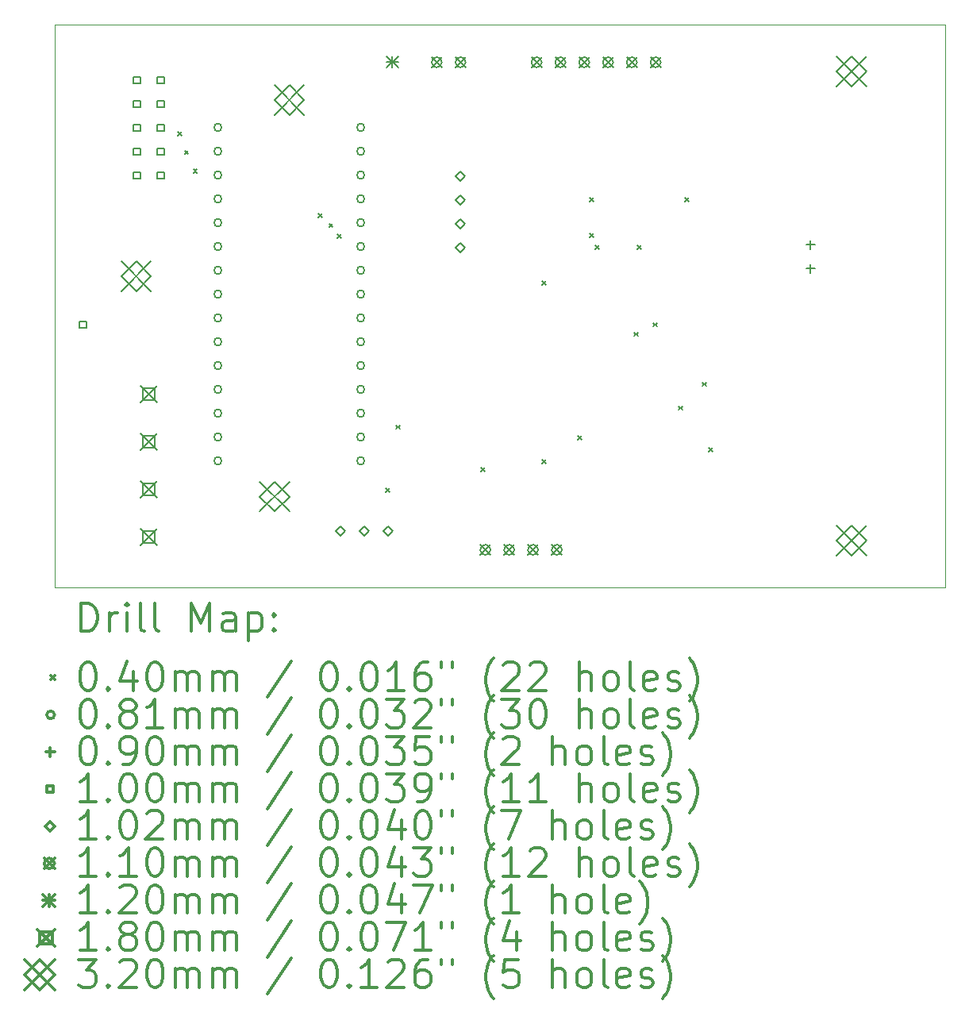
<source format=gbr>
%FSLAX45Y45*%
G04 Gerber Fmt 4.5, Leading zero omitted, Abs format (unit mm)*
G04 Created by KiCad (PCBNEW (2017-06-02 revision ac9a64a)-master) date Sun Jun 11 20:53:38 2017*
%MOMM*%
%LPD*%
G01*
G04 APERTURE LIST*
%ADD10C,0.127000*%
%ADD11C,0.100000*%
%ADD12C,0.200000*%
%ADD13C,0.300000*%
G04 APERTURE END LIST*
D10*
D11*
X8500000Y-11500000D02*
X8500000Y-5500000D01*
X18000000Y-11500000D02*
X8500000Y-11500000D01*
X18000000Y-5500000D02*
X18000000Y-11500000D01*
X8500000Y-5500000D02*
X18000000Y-5500000D01*
D12*
X9809800Y-6644960D02*
X9849800Y-6684960D01*
X9849800Y-6644960D02*
X9809800Y-6684960D01*
X9883460Y-6841810D02*
X9923460Y-6881810D01*
X9923460Y-6841810D02*
X9883460Y-6881810D01*
X9977521Y-7042470D02*
X10017521Y-7082470D01*
X10017521Y-7042470D02*
X9977521Y-7082470D01*
X11310940Y-7517450D02*
X11350940Y-7557450D01*
X11350940Y-7517450D02*
X11310940Y-7557450D01*
X11423970Y-7621590D02*
X11463970Y-7661590D01*
X11463970Y-7621590D02*
X11423970Y-7661590D01*
X11512870Y-7732080D02*
X11552870Y-7772080D01*
X11552870Y-7732080D02*
X11512870Y-7772080D01*
X12031030Y-10446070D02*
X12071030Y-10486070D01*
X12071030Y-10446070D02*
X12031030Y-10486070D01*
X12140250Y-9770430D02*
X12180250Y-9810430D01*
X12180250Y-9770430D02*
X12140250Y-9810430D01*
X13043220Y-10223820D02*
X13083220Y-10263820D01*
X13083220Y-10223820D02*
X13043220Y-10263820D01*
X13696000Y-8235000D02*
X13736000Y-8275000D01*
X13736000Y-8235000D02*
X13696000Y-8275000D01*
X13696000Y-10140000D02*
X13736000Y-10180000D01*
X13736000Y-10140000D02*
X13696000Y-10180000D01*
X14077000Y-9886000D02*
X14117000Y-9926000D01*
X14117000Y-9886000D02*
X14077000Y-9926000D01*
X14204000Y-7346000D02*
X14244000Y-7386000D01*
X14244000Y-7346000D02*
X14204000Y-7386000D01*
X14204000Y-7727000D02*
X14244000Y-7767000D01*
X14244000Y-7727000D02*
X14204000Y-7767000D01*
X14267500Y-7854000D02*
X14307500Y-7894000D01*
X14307500Y-7854000D02*
X14267500Y-7894000D01*
X14680000Y-8780000D02*
X14720000Y-8820000D01*
X14720000Y-8780000D02*
X14680000Y-8820000D01*
X14712000Y-7854000D02*
X14752000Y-7894000D01*
X14752000Y-7854000D02*
X14712000Y-7894000D01*
X14880000Y-8680000D02*
X14920000Y-8720000D01*
X14920000Y-8680000D02*
X14880000Y-8720000D01*
X15156500Y-9568500D02*
X15196500Y-9608500D01*
X15196500Y-9568500D02*
X15156500Y-9608500D01*
X15220000Y-7346000D02*
X15260000Y-7386000D01*
X15260000Y-7346000D02*
X15220000Y-7386000D01*
X15410500Y-9314500D02*
X15450500Y-9354500D01*
X15450500Y-9314500D02*
X15410500Y-9354500D01*
X15474000Y-10013000D02*
X15514000Y-10053000D01*
X15514000Y-10013000D02*
X15474000Y-10053000D01*
X10278640Y-6595000D02*
G75*
G03X10278640Y-6595000I-40640J0D01*
G01*
X10278640Y-6849000D02*
G75*
G03X10278640Y-6849000I-40640J0D01*
G01*
X10278640Y-7103000D02*
G75*
G03X10278640Y-7103000I-40640J0D01*
G01*
X10278640Y-7357000D02*
G75*
G03X10278640Y-7357000I-40640J0D01*
G01*
X10278640Y-7611000D02*
G75*
G03X10278640Y-7611000I-40640J0D01*
G01*
X10278640Y-7865000D02*
G75*
G03X10278640Y-7865000I-40640J0D01*
G01*
X10278640Y-8119000D02*
G75*
G03X10278640Y-8119000I-40640J0D01*
G01*
X10278640Y-8373000D02*
G75*
G03X10278640Y-8373000I-40640J0D01*
G01*
X10278640Y-8627000D02*
G75*
G03X10278640Y-8627000I-40640J0D01*
G01*
X10278640Y-8881000D02*
G75*
G03X10278640Y-8881000I-40640J0D01*
G01*
X10278640Y-9135000D02*
G75*
G03X10278640Y-9135000I-40640J0D01*
G01*
X10278640Y-9389000D02*
G75*
G03X10278640Y-9389000I-40640J0D01*
G01*
X10278640Y-9643000D02*
G75*
G03X10278640Y-9643000I-40640J0D01*
G01*
X10278640Y-9897000D02*
G75*
G03X10278640Y-9897000I-40640J0D01*
G01*
X10278640Y-10151000D02*
G75*
G03X10278640Y-10151000I-40640J0D01*
G01*
X11802640Y-6595000D02*
G75*
G03X11802640Y-6595000I-40640J0D01*
G01*
X11802640Y-6849000D02*
G75*
G03X11802640Y-6849000I-40640J0D01*
G01*
X11802640Y-7103000D02*
G75*
G03X11802640Y-7103000I-40640J0D01*
G01*
X11802640Y-7357000D02*
G75*
G03X11802640Y-7357000I-40640J0D01*
G01*
X11802640Y-7611000D02*
G75*
G03X11802640Y-7611000I-40640J0D01*
G01*
X11802640Y-7865000D02*
G75*
G03X11802640Y-7865000I-40640J0D01*
G01*
X11802640Y-8119000D02*
G75*
G03X11802640Y-8119000I-40640J0D01*
G01*
X11802640Y-8373000D02*
G75*
G03X11802640Y-8373000I-40640J0D01*
G01*
X11802640Y-8627000D02*
G75*
G03X11802640Y-8627000I-40640J0D01*
G01*
X11802640Y-8881000D02*
G75*
G03X11802640Y-8881000I-40640J0D01*
G01*
X11802640Y-9135000D02*
G75*
G03X11802640Y-9135000I-40640J0D01*
G01*
X11802640Y-9389000D02*
G75*
G03X11802640Y-9389000I-40640J0D01*
G01*
X11802640Y-9643000D02*
G75*
G03X11802640Y-9643000I-40640J0D01*
G01*
X11802640Y-9897000D02*
G75*
G03X11802640Y-9897000I-40640J0D01*
G01*
X11802640Y-10151000D02*
G75*
G03X11802640Y-10151000I-40640J0D01*
G01*
X16562000Y-7801000D02*
X16562000Y-7891000D01*
X16517000Y-7846000D02*
X16607000Y-7846000D01*
X16562000Y-8055000D02*
X16562000Y-8145000D01*
X16517000Y-8100000D02*
X16607000Y-8100000D01*
X8835356Y-8735356D02*
X8835356Y-8664644D01*
X8764644Y-8664644D01*
X8764644Y-8735356D01*
X8835356Y-8735356D01*
X9408356Y-6127356D02*
X9408356Y-6056644D01*
X9337644Y-6056644D01*
X9337644Y-6127356D01*
X9408356Y-6127356D01*
X9408356Y-6381356D02*
X9408356Y-6310644D01*
X9337644Y-6310644D01*
X9337644Y-6381356D01*
X9408356Y-6381356D01*
X9408356Y-6635356D02*
X9408356Y-6564644D01*
X9337644Y-6564644D01*
X9337644Y-6635356D01*
X9408356Y-6635356D01*
X9408356Y-6889356D02*
X9408356Y-6818644D01*
X9337644Y-6818644D01*
X9337644Y-6889356D01*
X9408356Y-6889356D01*
X9408356Y-7143356D02*
X9408356Y-7072644D01*
X9337644Y-7072644D01*
X9337644Y-7143356D01*
X9408356Y-7143356D01*
X9662356Y-6127356D02*
X9662356Y-6056644D01*
X9591644Y-6056644D01*
X9591644Y-6127356D01*
X9662356Y-6127356D01*
X9662356Y-6381356D02*
X9662356Y-6310644D01*
X9591644Y-6310644D01*
X9591644Y-6381356D01*
X9662356Y-6381356D01*
X9662356Y-6635356D02*
X9662356Y-6564644D01*
X9591644Y-6564644D01*
X9591644Y-6635356D01*
X9662356Y-6635356D01*
X9662356Y-6889356D02*
X9662356Y-6818644D01*
X9591644Y-6818644D01*
X9591644Y-6889356D01*
X9662356Y-6889356D01*
X9662356Y-7143356D02*
X9662356Y-7072644D01*
X9591644Y-7072644D01*
X9591644Y-7143356D01*
X9662356Y-7143356D01*
X12827000Y-7162800D02*
X12877800Y-7112000D01*
X12827000Y-7061200D01*
X12776200Y-7112000D01*
X12827000Y-7162800D01*
X12827000Y-7416800D02*
X12877800Y-7366000D01*
X12827000Y-7315200D01*
X12776200Y-7366000D01*
X12827000Y-7416800D01*
X12827000Y-7670800D02*
X12877800Y-7620000D01*
X12827000Y-7569200D01*
X12776200Y-7620000D01*
X12827000Y-7670800D01*
X12827000Y-7924800D02*
X12877800Y-7874000D01*
X12827000Y-7823200D01*
X12776200Y-7874000D01*
X12827000Y-7924800D01*
X11546000Y-10950800D02*
X11596800Y-10900000D01*
X11546000Y-10849200D01*
X11495200Y-10900000D01*
X11546000Y-10950800D01*
X11800000Y-10950800D02*
X11850800Y-10900000D01*
X11800000Y-10849200D01*
X11749200Y-10900000D01*
X11800000Y-10950800D01*
X12054000Y-10950800D02*
X12104800Y-10900000D01*
X12054000Y-10849200D01*
X12003200Y-10900000D01*
X12054000Y-10950800D01*
X13583136Y-5845136D02*
X13692864Y-5954864D01*
X13692864Y-5845136D02*
X13583136Y-5954864D01*
X13692864Y-5900000D02*
G75*
G03X13692864Y-5900000I-54864J0D01*
G01*
X13837136Y-5845136D02*
X13946864Y-5954864D01*
X13946864Y-5845136D02*
X13837136Y-5954864D01*
X13946864Y-5900000D02*
G75*
G03X13946864Y-5900000I-54864J0D01*
G01*
X14091136Y-5845136D02*
X14200864Y-5954864D01*
X14200864Y-5845136D02*
X14091136Y-5954864D01*
X14200864Y-5900000D02*
G75*
G03X14200864Y-5900000I-54864J0D01*
G01*
X14345136Y-5845136D02*
X14454864Y-5954864D01*
X14454864Y-5845136D02*
X14345136Y-5954864D01*
X14454864Y-5900000D02*
G75*
G03X14454864Y-5900000I-54864J0D01*
G01*
X14599136Y-5845136D02*
X14708864Y-5954864D01*
X14708864Y-5845136D02*
X14599136Y-5954864D01*
X14708864Y-5900000D02*
G75*
G03X14708864Y-5900000I-54864J0D01*
G01*
X14853136Y-5845136D02*
X14962864Y-5954864D01*
X14962864Y-5845136D02*
X14853136Y-5954864D01*
X14962864Y-5900000D02*
G75*
G03X14962864Y-5900000I-54864J0D01*
G01*
X13037136Y-11045136D02*
X13146864Y-11154864D01*
X13146864Y-11045136D02*
X13037136Y-11154864D01*
X13146864Y-11100000D02*
G75*
G03X13146864Y-11100000I-54864J0D01*
G01*
X13291136Y-11045136D02*
X13400864Y-11154864D01*
X13400864Y-11045136D02*
X13291136Y-11154864D01*
X13400864Y-11100000D02*
G75*
G03X13400864Y-11100000I-54864J0D01*
G01*
X13545136Y-11045136D02*
X13654864Y-11154864D01*
X13654864Y-11045136D02*
X13545136Y-11154864D01*
X13654864Y-11100000D02*
G75*
G03X13654864Y-11100000I-54864J0D01*
G01*
X13799136Y-11045136D02*
X13908864Y-11154864D01*
X13908864Y-11045136D02*
X13799136Y-11154864D01*
X13908864Y-11100000D02*
G75*
G03X13908864Y-11100000I-54864J0D01*
G01*
X12518136Y-5845136D02*
X12627864Y-5954864D01*
X12627864Y-5845136D02*
X12518136Y-5954864D01*
X12627864Y-5900000D02*
G75*
G03X12627864Y-5900000I-54864J0D01*
G01*
X12772136Y-5845136D02*
X12881864Y-5954864D01*
X12881864Y-5845136D02*
X12772136Y-5954864D01*
X12881864Y-5900000D02*
G75*
G03X12881864Y-5900000I-54864J0D01*
G01*
X12040000Y-5840000D02*
X12160000Y-5960000D01*
X12160000Y-5840000D02*
X12040000Y-5960000D01*
X12100000Y-5840000D02*
X12100000Y-5960000D01*
X12040000Y-5900000D02*
X12160000Y-5900000D01*
X9410000Y-9348000D02*
X9590000Y-9528000D01*
X9590000Y-9348000D02*
X9410000Y-9528000D01*
X9563640Y-9501640D02*
X9563640Y-9374360D01*
X9436360Y-9374360D01*
X9436360Y-9501640D01*
X9563640Y-9501640D01*
X9410000Y-9856000D02*
X9590000Y-10036000D01*
X9590000Y-9856000D02*
X9410000Y-10036000D01*
X9563640Y-10009640D02*
X9563640Y-9882360D01*
X9436360Y-9882360D01*
X9436360Y-10009640D01*
X9563640Y-10009640D01*
X9410000Y-10364000D02*
X9590000Y-10544000D01*
X9590000Y-10364000D02*
X9410000Y-10544000D01*
X9563640Y-10517640D02*
X9563640Y-10390360D01*
X9436360Y-10390360D01*
X9436360Y-10517640D01*
X9563640Y-10517640D01*
X9410000Y-10872000D02*
X9590000Y-11052000D01*
X9590000Y-10872000D02*
X9410000Y-11052000D01*
X9563640Y-11025640D02*
X9563640Y-10898360D01*
X9436360Y-10898360D01*
X9436360Y-11025640D01*
X9563640Y-11025640D01*
X10680720Y-10372110D02*
X11000720Y-10692110D01*
X11000720Y-10372110D02*
X10680720Y-10692110D01*
X10840720Y-10692110D02*
X11000720Y-10532110D01*
X10840720Y-10372110D01*
X10680720Y-10532110D01*
X10840720Y-10692110D01*
X9206250Y-8025150D02*
X9526250Y-8345150D01*
X9526250Y-8025150D02*
X9206250Y-8345150D01*
X9366250Y-8345150D02*
X9526250Y-8185150D01*
X9366250Y-8025150D01*
X9206250Y-8185150D01*
X9366250Y-8345150D01*
X10840000Y-6140000D02*
X11160000Y-6460000D01*
X11160000Y-6140000D02*
X10840000Y-6460000D01*
X11000000Y-6460000D02*
X11160000Y-6300000D01*
X11000000Y-6140000D01*
X10840000Y-6300000D01*
X11000000Y-6460000D01*
X16840000Y-10840000D02*
X17160000Y-11160000D01*
X17160000Y-10840000D02*
X16840000Y-11160000D01*
X17000000Y-11160000D02*
X17160000Y-11000000D01*
X17000000Y-10840000D01*
X16840000Y-11000000D01*
X17000000Y-11160000D01*
X16840000Y-5840000D02*
X17160000Y-6160000D01*
X17160000Y-5840000D02*
X16840000Y-6160000D01*
X17000000Y-6160000D02*
X17160000Y-6000000D01*
X17000000Y-5840000D01*
X16840000Y-6000000D01*
X17000000Y-6160000D01*
D13*
X8781428Y-11970714D02*
X8781428Y-11670714D01*
X8852857Y-11670714D01*
X8895714Y-11685000D01*
X8924286Y-11713571D01*
X8938571Y-11742143D01*
X8952857Y-11799286D01*
X8952857Y-11842143D01*
X8938571Y-11899286D01*
X8924286Y-11927857D01*
X8895714Y-11956429D01*
X8852857Y-11970714D01*
X8781428Y-11970714D01*
X9081428Y-11970714D02*
X9081428Y-11770714D01*
X9081428Y-11827857D02*
X9095714Y-11799286D01*
X9110000Y-11785000D01*
X9138571Y-11770714D01*
X9167143Y-11770714D01*
X9267143Y-11970714D02*
X9267143Y-11770714D01*
X9267143Y-11670714D02*
X9252857Y-11685000D01*
X9267143Y-11699286D01*
X9281428Y-11685000D01*
X9267143Y-11670714D01*
X9267143Y-11699286D01*
X9452857Y-11970714D02*
X9424286Y-11956429D01*
X9410000Y-11927857D01*
X9410000Y-11670714D01*
X9610000Y-11970714D02*
X9581428Y-11956429D01*
X9567143Y-11927857D01*
X9567143Y-11670714D01*
X9952857Y-11970714D02*
X9952857Y-11670714D01*
X10052857Y-11885000D01*
X10152857Y-11670714D01*
X10152857Y-11970714D01*
X10424286Y-11970714D02*
X10424286Y-11813571D01*
X10410000Y-11785000D01*
X10381428Y-11770714D01*
X10324286Y-11770714D01*
X10295714Y-11785000D01*
X10424286Y-11956429D02*
X10395714Y-11970714D01*
X10324286Y-11970714D01*
X10295714Y-11956429D01*
X10281428Y-11927857D01*
X10281428Y-11899286D01*
X10295714Y-11870714D01*
X10324286Y-11856429D01*
X10395714Y-11856429D01*
X10424286Y-11842143D01*
X10567143Y-11770714D02*
X10567143Y-12070714D01*
X10567143Y-11785000D02*
X10595714Y-11770714D01*
X10652857Y-11770714D01*
X10681428Y-11785000D01*
X10695714Y-11799286D01*
X10710000Y-11827857D01*
X10710000Y-11913571D01*
X10695714Y-11942143D01*
X10681428Y-11956429D01*
X10652857Y-11970714D01*
X10595714Y-11970714D01*
X10567143Y-11956429D01*
X10838571Y-11942143D02*
X10852857Y-11956429D01*
X10838571Y-11970714D01*
X10824286Y-11956429D01*
X10838571Y-11942143D01*
X10838571Y-11970714D01*
X10838571Y-11785000D02*
X10852857Y-11799286D01*
X10838571Y-11813571D01*
X10824286Y-11799286D01*
X10838571Y-11785000D01*
X10838571Y-11813571D01*
X8455000Y-12445000D02*
X8495000Y-12485000D01*
X8495000Y-12445000D02*
X8455000Y-12485000D01*
X8838571Y-12300714D02*
X8867143Y-12300714D01*
X8895714Y-12315000D01*
X8910000Y-12329286D01*
X8924286Y-12357857D01*
X8938571Y-12415000D01*
X8938571Y-12486429D01*
X8924286Y-12543571D01*
X8910000Y-12572143D01*
X8895714Y-12586429D01*
X8867143Y-12600714D01*
X8838571Y-12600714D01*
X8810000Y-12586429D01*
X8795714Y-12572143D01*
X8781428Y-12543571D01*
X8767143Y-12486429D01*
X8767143Y-12415000D01*
X8781428Y-12357857D01*
X8795714Y-12329286D01*
X8810000Y-12315000D01*
X8838571Y-12300714D01*
X9067143Y-12572143D02*
X9081428Y-12586429D01*
X9067143Y-12600714D01*
X9052857Y-12586429D01*
X9067143Y-12572143D01*
X9067143Y-12600714D01*
X9338571Y-12400714D02*
X9338571Y-12600714D01*
X9267143Y-12286429D02*
X9195714Y-12500714D01*
X9381428Y-12500714D01*
X9552857Y-12300714D02*
X9581428Y-12300714D01*
X9610000Y-12315000D01*
X9624286Y-12329286D01*
X9638571Y-12357857D01*
X9652857Y-12415000D01*
X9652857Y-12486429D01*
X9638571Y-12543571D01*
X9624286Y-12572143D01*
X9610000Y-12586429D01*
X9581428Y-12600714D01*
X9552857Y-12600714D01*
X9524286Y-12586429D01*
X9510000Y-12572143D01*
X9495714Y-12543571D01*
X9481428Y-12486429D01*
X9481428Y-12415000D01*
X9495714Y-12357857D01*
X9510000Y-12329286D01*
X9524286Y-12315000D01*
X9552857Y-12300714D01*
X9781428Y-12600714D02*
X9781428Y-12400714D01*
X9781428Y-12429286D02*
X9795714Y-12415000D01*
X9824286Y-12400714D01*
X9867143Y-12400714D01*
X9895714Y-12415000D01*
X9910000Y-12443571D01*
X9910000Y-12600714D01*
X9910000Y-12443571D02*
X9924286Y-12415000D01*
X9952857Y-12400714D01*
X9995714Y-12400714D01*
X10024286Y-12415000D01*
X10038571Y-12443571D01*
X10038571Y-12600714D01*
X10181428Y-12600714D02*
X10181428Y-12400714D01*
X10181428Y-12429286D02*
X10195714Y-12415000D01*
X10224286Y-12400714D01*
X10267143Y-12400714D01*
X10295714Y-12415000D01*
X10310000Y-12443571D01*
X10310000Y-12600714D01*
X10310000Y-12443571D02*
X10324286Y-12415000D01*
X10352857Y-12400714D01*
X10395714Y-12400714D01*
X10424286Y-12415000D01*
X10438571Y-12443571D01*
X10438571Y-12600714D01*
X11024286Y-12286429D02*
X10767143Y-12672143D01*
X11410000Y-12300714D02*
X11438571Y-12300714D01*
X11467143Y-12315000D01*
X11481428Y-12329286D01*
X11495714Y-12357857D01*
X11510000Y-12415000D01*
X11510000Y-12486429D01*
X11495714Y-12543571D01*
X11481428Y-12572143D01*
X11467143Y-12586429D01*
X11438571Y-12600714D01*
X11410000Y-12600714D01*
X11381428Y-12586429D01*
X11367143Y-12572143D01*
X11352857Y-12543571D01*
X11338571Y-12486429D01*
X11338571Y-12415000D01*
X11352857Y-12357857D01*
X11367143Y-12329286D01*
X11381428Y-12315000D01*
X11410000Y-12300714D01*
X11638571Y-12572143D02*
X11652857Y-12586429D01*
X11638571Y-12600714D01*
X11624286Y-12586429D01*
X11638571Y-12572143D01*
X11638571Y-12600714D01*
X11838571Y-12300714D02*
X11867143Y-12300714D01*
X11895714Y-12315000D01*
X11910000Y-12329286D01*
X11924286Y-12357857D01*
X11938571Y-12415000D01*
X11938571Y-12486429D01*
X11924286Y-12543571D01*
X11910000Y-12572143D01*
X11895714Y-12586429D01*
X11867143Y-12600714D01*
X11838571Y-12600714D01*
X11810000Y-12586429D01*
X11795714Y-12572143D01*
X11781428Y-12543571D01*
X11767143Y-12486429D01*
X11767143Y-12415000D01*
X11781428Y-12357857D01*
X11795714Y-12329286D01*
X11810000Y-12315000D01*
X11838571Y-12300714D01*
X12224286Y-12600714D02*
X12052857Y-12600714D01*
X12138571Y-12600714D02*
X12138571Y-12300714D01*
X12110000Y-12343571D01*
X12081428Y-12372143D01*
X12052857Y-12386429D01*
X12481428Y-12300714D02*
X12424286Y-12300714D01*
X12395714Y-12315000D01*
X12381428Y-12329286D01*
X12352857Y-12372143D01*
X12338571Y-12429286D01*
X12338571Y-12543571D01*
X12352857Y-12572143D01*
X12367143Y-12586429D01*
X12395714Y-12600714D01*
X12452857Y-12600714D01*
X12481428Y-12586429D01*
X12495714Y-12572143D01*
X12510000Y-12543571D01*
X12510000Y-12472143D01*
X12495714Y-12443571D01*
X12481428Y-12429286D01*
X12452857Y-12415000D01*
X12395714Y-12415000D01*
X12367143Y-12429286D01*
X12352857Y-12443571D01*
X12338571Y-12472143D01*
X12624286Y-12300714D02*
X12624286Y-12357857D01*
X12738571Y-12300714D02*
X12738571Y-12357857D01*
X13181428Y-12715000D02*
X13167143Y-12700714D01*
X13138571Y-12657857D01*
X13124286Y-12629286D01*
X13110000Y-12586429D01*
X13095714Y-12515000D01*
X13095714Y-12457857D01*
X13110000Y-12386429D01*
X13124286Y-12343571D01*
X13138571Y-12315000D01*
X13167143Y-12272143D01*
X13181428Y-12257857D01*
X13281428Y-12329286D02*
X13295714Y-12315000D01*
X13324286Y-12300714D01*
X13395714Y-12300714D01*
X13424286Y-12315000D01*
X13438571Y-12329286D01*
X13452857Y-12357857D01*
X13452857Y-12386429D01*
X13438571Y-12429286D01*
X13267143Y-12600714D01*
X13452857Y-12600714D01*
X13567143Y-12329286D02*
X13581428Y-12315000D01*
X13610000Y-12300714D01*
X13681428Y-12300714D01*
X13710000Y-12315000D01*
X13724286Y-12329286D01*
X13738571Y-12357857D01*
X13738571Y-12386429D01*
X13724286Y-12429286D01*
X13552857Y-12600714D01*
X13738571Y-12600714D01*
X14095714Y-12600714D02*
X14095714Y-12300714D01*
X14224286Y-12600714D02*
X14224286Y-12443571D01*
X14210000Y-12415000D01*
X14181428Y-12400714D01*
X14138571Y-12400714D01*
X14110000Y-12415000D01*
X14095714Y-12429286D01*
X14410000Y-12600714D02*
X14381428Y-12586429D01*
X14367143Y-12572143D01*
X14352857Y-12543571D01*
X14352857Y-12457857D01*
X14367143Y-12429286D01*
X14381428Y-12415000D01*
X14410000Y-12400714D01*
X14452857Y-12400714D01*
X14481428Y-12415000D01*
X14495714Y-12429286D01*
X14510000Y-12457857D01*
X14510000Y-12543571D01*
X14495714Y-12572143D01*
X14481428Y-12586429D01*
X14452857Y-12600714D01*
X14410000Y-12600714D01*
X14681428Y-12600714D02*
X14652857Y-12586429D01*
X14638571Y-12557857D01*
X14638571Y-12300714D01*
X14910000Y-12586429D02*
X14881428Y-12600714D01*
X14824286Y-12600714D01*
X14795714Y-12586429D01*
X14781428Y-12557857D01*
X14781428Y-12443571D01*
X14795714Y-12415000D01*
X14824286Y-12400714D01*
X14881428Y-12400714D01*
X14910000Y-12415000D01*
X14924286Y-12443571D01*
X14924286Y-12472143D01*
X14781428Y-12500714D01*
X15038571Y-12586429D02*
X15067143Y-12600714D01*
X15124286Y-12600714D01*
X15152857Y-12586429D01*
X15167143Y-12557857D01*
X15167143Y-12543571D01*
X15152857Y-12515000D01*
X15124286Y-12500714D01*
X15081428Y-12500714D01*
X15052857Y-12486429D01*
X15038571Y-12457857D01*
X15038571Y-12443571D01*
X15052857Y-12415000D01*
X15081428Y-12400714D01*
X15124286Y-12400714D01*
X15152857Y-12415000D01*
X15267143Y-12715000D02*
X15281428Y-12700714D01*
X15310000Y-12657857D01*
X15324286Y-12629286D01*
X15338571Y-12586429D01*
X15352857Y-12515000D01*
X15352857Y-12457857D01*
X15338571Y-12386429D01*
X15324286Y-12343571D01*
X15310000Y-12315000D01*
X15281428Y-12272143D01*
X15267143Y-12257857D01*
X8495000Y-12861000D02*
G75*
G03X8495000Y-12861000I-40640J0D01*
G01*
X8838571Y-12696714D02*
X8867143Y-12696714D01*
X8895714Y-12711000D01*
X8910000Y-12725286D01*
X8924286Y-12753857D01*
X8938571Y-12811000D01*
X8938571Y-12882429D01*
X8924286Y-12939571D01*
X8910000Y-12968143D01*
X8895714Y-12982429D01*
X8867143Y-12996714D01*
X8838571Y-12996714D01*
X8810000Y-12982429D01*
X8795714Y-12968143D01*
X8781428Y-12939571D01*
X8767143Y-12882429D01*
X8767143Y-12811000D01*
X8781428Y-12753857D01*
X8795714Y-12725286D01*
X8810000Y-12711000D01*
X8838571Y-12696714D01*
X9067143Y-12968143D02*
X9081428Y-12982429D01*
X9067143Y-12996714D01*
X9052857Y-12982429D01*
X9067143Y-12968143D01*
X9067143Y-12996714D01*
X9252857Y-12825286D02*
X9224286Y-12811000D01*
X9210000Y-12796714D01*
X9195714Y-12768143D01*
X9195714Y-12753857D01*
X9210000Y-12725286D01*
X9224286Y-12711000D01*
X9252857Y-12696714D01*
X9310000Y-12696714D01*
X9338571Y-12711000D01*
X9352857Y-12725286D01*
X9367143Y-12753857D01*
X9367143Y-12768143D01*
X9352857Y-12796714D01*
X9338571Y-12811000D01*
X9310000Y-12825286D01*
X9252857Y-12825286D01*
X9224286Y-12839571D01*
X9210000Y-12853857D01*
X9195714Y-12882429D01*
X9195714Y-12939571D01*
X9210000Y-12968143D01*
X9224286Y-12982429D01*
X9252857Y-12996714D01*
X9310000Y-12996714D01*
X9338571Y-12982429D01*
X9352857Y-12968143D01*
X9367143Y-12939571D01*
X9367143Y-12882429D01*
X9352857Y-12853857D01*
X9338571Y-12839571D01*
X9310000Y-12825286D01*
X9652857Y-12996714D02*
X9481428Y-12996714D01*
X9567143Y-12996714D02*
X9567143Y-12696714D01*
X9538571Y-12739571D01*
X9510000Y-12768143D01*
X9481428Y-12782429D01*
X9781428Y-12996714D02*
X9781428Y-12796714D01*
X9781428Y-12825286D02*
X9795714Y-12811000D01*
X9824286Y-12796714D01*
X9867143Y-12796714D01*
X9895714Y-12811000D01*
X9910000Y-12839571D01*
X9910000Y-12996714D01*
X9910000Y-12839571D02*
X9924286Y-12811000D01*
X9952857Y-12796714D01*
X9995714Y-12796714D01*
X10024286Y-12811000D01*
X10038571Y-12839571D01*
X10038571Y-12996714D01*
X10181428Y-12996714D02*
X10181428Y-12796714D01*
X10181428Y-12825286D02*
X10195714Y-12811000D01*
X10224286Y-12796714D01*
X10267143Y-12796714D01*
X10295714Y-12811000D01*
X10310000Y-12839571D01*
X10310000Y-12996714D01*
X10310000Y-12839571D02*
X10324286Y-12811000D01*
X10352857Y-12796714D01*
X10395714Y-12796714D01*
X10424286Y-12811000D01*
X10438571Y-12839571D01*
X10438571Y-12996714D01*
X11024286Y-12682429D02*
X10767143Y-13068143D01*
X11410000Y-12696714D02*
X11438571Y-12696714D01*
X11467143Y-12711000D01*
X11481428Y-12725286D01*
X11495714Y-12753857D01*
X11510000Y-12811000D01*
X11510000Y-12882429D01*
X11495714Y-12939571D01*
X11481428Y-12968143D01*
X11467143Y-12982429D01*
X11438571Y-12996714D01*
X11410000Y-12996714D01*
X11381428Y-12982429D01*
X11367143Y-12968143D01*
X11352857Y-12939571D01*
X11338571Y-12882429D01*
X11338571Y-12811000D01*
X11352857Y-12753857D01*
X11367143Y-12725286D01*
X11381428Y-12711000D01*
X11410000Y-12696714D01*
X11638571Y-12968143D02*
X11652857Y-12982429D01*
X11638571Y-12996714D01*
X11624286Y-12982429D01*
X11638571Y-12968143D01*
X11638571Y-12996714D01*
X11838571Y-12696714D02*
X11867143Y-12696714D01*
X11895714Y-12711000D01*
X11910000Y-12725286D01*
X11924286Y-12753857D01*
X11938571Y-12811000D01*
X11938571Y-12882429D01*
X11924286Y-12939571D01*
X11910000Y-12968143D01*
X11895714Y-12982429D01*
X11867143Y-12996714D01*
X11838571Y-12996714D01*
X11810000Y-12982429D01*
X11795714Y-12968143D01*
X11781428Y-12939571D01*
X11767143Y-12882429D01*
X11767143Y-12811000D01*
X11781428Y-12753857D01*
X11795714Y-12725286D01*
X11810000Y-12711000D01*
X11838571Y-12696714D01*
X12038571Y-12696714D02*
X12224286Y-12696714D01*
X12124286Y-12811000D01*
X12167143Y-12811000D01*
X12195714Y-12825286D01*
X12210000Y-12839571D01*
X12224286Y-12868143D01*
X12224286Y-12939571D01*
X12210000Y-12968143D01*
X12195714Y-12982429D01*
X12167143Y-12996714D01*
X12081428Y-12996714D01*
X12052857Y-12982429D01*
X12038571Y-12968143D01*
X12338571Y-12725286D02*
X12352857Y-12711000D01*
X12381428Y-12696714D01*
X12452857Y-12696714D01*
X12481428Y-12711000D01*
X12495714Y-12725286D01*
X12510000Y-12753857D01*
X12510000Y-12782429D01*
X12495714Y-12825286D01*
X12324286Y-12996714D01*
X12510000Y-12996714D01*
X12624286Y-12696714D02*
X12624286Y-12753857D01*
X12738571Y-12696714D02*
X12738571Y-12753857D01*
X13181428Y-13111000D02*
X13167143Y-13096714D01*
X13138571Y-13053857D01*
X13124286Y-13025286D01*
X13110000Y-12982429D01*
X13095714Y-12911000D01*
X13095714Y-12853857D01*
X13110000Y-12782429D01*
X13124286Y-12739571D01*
X13138571Y-12711000D01*
X13167143Y-12668143D01*
X13181428Y-12653857D01*
X13267143Y-12696714D02*
X13452857Y-12696714D01*
X13352857Y-12811000D01*
X13395714Y-12811000D01*
X13424286Y-12825286D01*
X13438571Y-12839571D01*
X13452857Y-12868143D01*
X13452857Y-12939571D01*
X13438571Y-12968143D01*
X13424286Y-12982429D01*
X13395714Y-12996714D01*
X13310000Y-12996714D01*
X13281428Y-12982429D01*
X13267143Y-12968143D01*
X13638571Y-12696714D02*
X13667143Y-12696714D01*
X13695714Y-12711000D01*
X13710000Y-12725286D01*
X13724286Y-12753857D01*
X13738571Y-12811000D01*
X13738571Y-12882429D01*
X13724286Y-12939571D01*
X13710000Y-12968143D01*
X13695714Y-12982429D01*
X13667143Y-12996714D01*
X13638571Y-12996714D01*
X13610000Y-12982429D01*
X13595714Y-12968143D01*
X13581428Y-12939571D01*
X13567143Y-12882429D01*
X13567143Y-12811000D01*
X13581428Y-12753857D01*
X13595714Y-12725286D01*
X13610000Y-12711000D01*
X13638571Y-12696714D01*
X14095714Y-12996714D02*
X14095714Y-12696714D01*
X14224286Y-12996714D02*
X14224286Y-12839571D01*
X14210000Y-12811000D01*
X14181428Y-12796714D01*
X14138571Y-12796714D01*
X14110000Y-12811000D01*
X14095714Y-12825286D01*
X14410000Y-12996714D02*
X14381428Y-12982429D01*
X14367143Y-12968143D01*
X14352857Y-12939571D01*
X14352857Y-12853857D01*
X14367143Y-12825286D01*
X14381428Y-12811000D01*
X14410000Y-12796714D01*
X14452857Y-12796714D01*
X14481428Y-12811000D01*
X14495714Y-12825286D01*
X14510000Y-12853857D01*
X14510000Y-12939571D01*
X14495714Y-12968143D01*
X14481428Y-12982429D01*
X14452857Y-12996714D01*
X14410000Y-12996714D01*
X14681428Y-12996714D02*
X14652857Y-12982429D01*
X14638571Y-12953857D01*
X14638571Y-12696714D01*
X14910000Y-12982429D02*
X14881428Y-12996714D01*
X14824286Y-12996714D01*
X14795714Y-12982429D01*
X14781428Y-12953857D01*
X14781428Y-12839571D01*
X14795714Y-12811000D01*
X14824286Y-12796714D01*
X14881428Y-12796714D01*
X14910000Y-12811000D01*
X14924286Y-12839571D01*
X14924286Y-12868143D01*
X14781428Y-12896714D01*
X15038571Y-12982429D02*
X15067143Y-12996714D01*
X15124286Y-12996714D01*
X15152857Y-12982429D01*
X15167143Y-12953857D01*
X15167143Y-12939571D01*
X15152857Y-12911000D01*
X15124286Y-12896714D01*
X15081428Y-12896714D01*
X15052857Y-12882429D01*
X15038571Y-12853857D01*
X15038571Y-12839571D01*
X15052857Y-12811000D01*
X15081428Y-12796714D01*
X15124286Y-12796714D01*
X15152857Y-12811000D01*
X15267143Y-13111000D02*
X15281428Y-13096714D01*
X15310000Y-13053857D01*
X15324286Y-13025286D01*
X15338571Y-12982429D01*
X15352857Y-12911000D01*
X15352857Y-12853857D01*
X15338571Y-12782429D01*
X15324286Y-12739571D01*
X15310000Y-12711000D01*
X15281428Y-12668143D01*
X15267143Y-12653857D01*
X8450000Y-13212000D02*
X8450000Y-13302000D01*
X8405000Y-13257000D02*
X8495000Y-13257000D01*
X8838571Y-13092714D02*
X8867143Y-13092714D01*
X8895714Y-13107000D01*
X8910000Y-13121286D01*
X8924286Y-13149857D01*
X8938571Y-13207000D01*
X8938571Y-13278429D01*
X8924286Y-13335571D01*
X8910000Y-13364143D01*
X8895714Y-13378429D01*
X8867143Y-13392714D01*
X8838571Y-13392714D01*
X8810000Y-13378429D01*
X8795714Y-13364143D01*
X8781428Y-13335571D01*
X8767143Y-13278429D01*
X8767143Y-13207000D01*
X8781428Y-13149857D01*
X8795714Y-13121286D01*
X8810000Y-13107000D01*
X8838571Y-13092714D01*
X9067143Y-13364143D02*
X9081428Y-13378429D01*
X9067143Y-13392714D01*
X9052857Y-13378429D01*
X9067143Y-13364143D01*
X9067143Y-13392714D01*
X9224286Y-13392714D02*
X9281428Y-13392714D01*
X9310000Y-13378429D01*
X9324286Y-13364143D01*
X9352857Y-13321286D01*
X9367143Y-13264143D01*
X9367143Y-13149857D01*
X9352857Y-13121286D01*
X9338571Y-13107000D01*
X9310000Y-13092714D01*
X9252857Y-13092714D01*
X9224286Y-13107000D01*
X9210000Y-13121286D01*
X9195714Y-13149857D01*
X9195714Y-13221286D01*
X9210000Y-13249857D01*
X9224286Y-13264143D01*
X9252857Y-13278429D01*
X9310000Y-13278429D01*
X9338571Y-13264143D01*
X9352857Y-13249857D01*
X9367143Y-13221286D01*
X9552857Y-13092714D02*
X9581428Y-13092714D01*
X9610000Y-13107000D01*
X9624286Y-13121286D01*
X9638571Y-13149857D01*
X9652857Y-13207000D01*
X9652857Y-13278429D01*
X9638571Y-13335571D01*
X9624286Y-13364143D01*
X9610000Y-13378429D01*
X9581428Y-13392714D01*
X9552857Y-13392714D01*
X9524286Y-13378429D01*
X9510000Y-13364143D01*
X9495714Y-13335571D01*
X9481428Y-13278429D01*
X9481428Y-13207000D01*
X9495714Y-13149857D01*
X9510000Y-13121286D01*
X9524286Y-13107000D01*
X9552857Y-13092714D01*
X9781428Y-13392714D02*
X9781428Y-13192714D01*
X9781428Y-13221286D02*
X9795714Y-13207000D01*
X9824286Y-13192714D01*
X9867143Y-13192714D01*
X9895714Y-13207000D01*
X9910000Y-13235571D01*
X9910000Y-13392714D01*
X9910000Y-13235571D02*
X9924286Y-13207000D01*
X9952857Y-13192714D01*
X9995714Y-13192714D01*
X10024286Y-13207000D01*
X10038571Y-13235571D01*
X10038571Y-13392714D01*
X10181428Y-13392714D02*
X10181428Y-13192714D01*
X10181428Y-13221286D02*
X10195714Y-13207000D01*
X10224286Y-13192714D01*
X10267143Y-13192714D01*
X10295714Y-13207000D01*
X10310000Y-13235571D01*
X10310000Y-13392714D01*
X10310000Y-13235571D02*
X10324286Y-13207000D01*
X10352857Y-13192714D01*
X10395714Y-13192714D01*
X10424286Y-13207000D01*
X10438571Y-13235571D01*
X10438571Y-13392714D01*
X11024286Y-13078429D02*
X10767143Y-13464143D01*
X11410000Y-13092714D02*
X11438571Y-13092714D01*
X11467143Y-13107000D01*
X11481428Y-13121286D01*
X11495714Y-13149857D01*
X11510000Y-13207000D01*
X11510000Y-13278429D01*
X11495714Y-13335571D01*
X11481428Y-13364143D01*
X11467143Y-13378429D01*
X11438571Y-13392714D01*
X11410000Y-13392714D01*
X11381428Y-13378429D01*
X11367143Y-13364143D01*
X11352857Y-13335571D01*
X11338571Y-13278429D01*
X11338571Y-13207000D01*
X11352857Y-13149857D01*
X11367143Y-13121286D01*
X11381428Y-13107000D01*
X11410000Y-13092714D01*
X11638571Y-13364143D02*
X11652857Y-13378429D01*
X11638571Y-13392714D01*
X11624286Y-13378429D01*
X11638571Y-13364143D01*
X11638571Y-13392714D01*
X11838571Y-13092714D02*
X11867143Y-13092714D01*
X11895714Y-13107000D01*
X11910000Y-13121286D01*
X11924286Y-13149857D01*
X11938571Y-13207000D01*
X11938571Y-13278429D01*
X11924286Y-13335571D01*
X11910000Y-13364143D01*
X11895714Y-13378429D01*
X11867143Y-13392714D01*
X11838571Y-13392714D01*
X11810000Y-13378429D01*
X11795714Y-13364143D01*
X11781428Y-13335571D01*
X11767143Y-13278429D01*
X11767143Y-13207000D01*
X11781428Y-13149857D01*
X11795714Y-13121286D01*
X11810000Y-13107000D01*
X11838571Y-13092714D01*
X12038571Y-13092714D02*
X12224286Y-13092714D01*
X12124286Y-13207000D01*
X12167143Y-13207000D01*
X12195714Y-13221286D01*
X12210000Y-13235571D01*
X12224286Y-13264143D01*
X12224286Y-13335571D01*
X12210000Y-13364143D01*
X12195714Y-13378429D01*
X12167143Y-13392714D01*
X12081428Y-13392714D01*
X12052857Y-13378429D01*
X12038571Y-13364143D01*
X12495714Y-13092714D02*
X12352857Y-13092714D01*
X12338571Y-13235571D01*
X12352857Y-13221286D01*
X12381428Y-13207000D01*
X12452857Y-13207000D01*
X12481428Y-13221286D01*
X12495714Y-13235571D01*
X12510000Y-13264143D01*
X12510000Y-13335571D01*
X12495714Y-13364143D01*
X12481428Y-13378429D01*
X12452857Y-13392714D01*
X12381428Y-13392714D01*
X12352857Y-13378429D01*
X12338571Y-13364143D01*
X12624286Y-13092714D02*
X12624286Y-13149857D01*
X12738571Y-13092714D02*
X12738571Y-13149857D01*
X13181428Y-13507000D02*
X13167143Y-13492714D01*
X13138571Y-13449857D01*
X13124286Y-13421286D01*
X13110000Y-13378429D01*
X13095714Y-13307000D01*
X13095714Y-13249857D01*
X13110000Y-13178429D01*
X13124286Y-13135571D01*
X13138571Y-13107000D01*
X13167143Y-13064143D01*
X13181428Y-13049857D01*
X13281428Y-13121286D02*
X13295714Y-13107000D01*
X13324286Y-13092714D01*
X13395714Y-13092714D01*
X13424286Y-13107000D01*
X13438571Y-13121286D01*
X13452857Y-13149857D01*
X13452857Y-13178429D01*
X13438571Y-13221286D01*
X13267143Y-13392714D01*
X13452857Y-13392714D01*
X13810000Y-13392714D02*
X13810000Y-13092714D01*
X13938571Y-13392714D02*
X13938571Y-13235571D01*
X13924286Y-13207000D01*
X13895714Y-13192714D01*
X13852857Y-13192714D01*
X13824286Y-13207000D01*
X13810000Y-13221286D01*
X14124286Y-13392714D02*
X14095714Y-13378429D01*
X14081428Y-13364143D01*
X14067143Y-13335571D01*
X14067143Y-13249857D01*
X14081428Y-13221286D01*
X14095714Y-13207000D01*
X14124286Y-13192714D01*
X14167143Y-13192714D01*
X14195714Y-13207000D01*
X14210000Y-13221286D01*
X14224286Y-13249857D01*
X14224286Y-13335571D01*
X14210000Y-13364143D01*
X14195714Y-13378429D01*
X14167143Y-13392714D01*
X14124286Y-13392714D01*
X14395714Y-13392714D02*
X14367143Y-13378429D01*
X14352857Y-13349857D01*
X14352857Y-13092714D01*
X14624286Y-13378429D02*
X14595714Y-13392714D01*
X14538571Y-13392714D01*
X14510000Y-13378429D01*
X14495714Y-13349857D01*
X14495714Y-13235571D01*
X14510000Y-13207000D01*
X14538571Y-13192714D01*
X14595714Y-13192714D01*
X14624286Y-13207000D01*
X14638571Y-13235571D01*
X14638571Y-13264143D01*
X14495714Y-13292714D01*
X14752857Y-13378429D02*
X14781428Y-13392714D01*
X14838571Y-13392714D01*
X14867143Y-13378429D01*
X14881428Y-13349857D01*
X14881428Y-13335571D01*
X14867143Y-13307000D01*
X14838571Y-13292714D01*
X14795714Y-13292714D01*
X14767143Y-13278429D01*
X14752857Y-13249857D01*
X14752857Y-13235571D01*
X14767143Y-13207000D01*
X14795714Y-13192714D01*
X14838571Y-13192714D01*
X14867143Y-13207000D01*
X14981428Y-13507000D02*
X14995714Y-13492714D01*
X15024286Y-13449857D01*
X15038571Y-13421286D01*
X15052857Y-13378429D01*
X15067143Y-13307000D01*
X15067143Y-13249857D01*
X15052857Y-13178429D01*
X15038571Y-13135571D01*
X15024286Y-13107000D01*
X14995714Y-13064143D01*
X14981428Y-13049857D01*
X8480356Y-13688356D02*
X8480356Y-13617644D01*
X8409644Y-13617644D01*
X8409644Y-13688356D01*
X8480356Y-13688356D01*
X8938571Y-13788714D02*
X8767143Y-13788714D01*
X8852857Y-13788714D02*
X8852857Y-13488714D01*
X8824286Y-13531571D01*
X8795714Y-13560143D01*
X8767143Y-13574429D01*
X9067143Y-13760143D02*
X9081428Y-13774429D01*
X9067143Y-13788714D01*
X9052857Y-13774429D01*
X9067143Y-13760143D01*
X9067143Y-13788714D01*
X9267143Y-13488714D02*
X9295714Y-13488714D01*
X9324286Y-13503000D01*
X9338571Y-13517286D01*
X9352857Y-13545857D01*
X9367143Y-13603000D01*
X9367143Y-13674429D01*
X9352857Y-13731571D01*
X9338571Y-13760143D01*
X9324286Y-13774429D01*
X9295714Y-13788714D01*
X9267143Y-13788714D01*
X9238571Y-13774429D01*
X9224286Y-13760143D01*
X9210000Y-13731571D01*
X9195714Y-13674429D01*
X9195714Y-13603000D01*
X9210000Y-13545857D01*
X9224286Y-13517286D01*
X9238571Y-13503000D01*
X9267143Y-13488714D01*
X9552857Y-13488714D02*
X9581428Y-13488714D01*
X9610000Y-13503000D01*
X9624286Y-13517286D01*
X9638571Y-13545857D01*
X9652857Y-13603000D01*
X9652857Y-13674429D01*
X9638571Y-13731571D01*
X9624286Y-13760143D01*
X9610000Y-13774429D01*
X9581428Y-13788714D01*
X9552857Y-13788714D01*
X9524286Y-13774429D01*
X9510000Y-13760143D01*
X9495714Y-13731571D01*
X9481428Y-13674429D01*
X9481428Y-13603000D01*
X9495714Y-13545857D01*
X9510000Y-13517286D01*
X9524286Y-13503000D01*
X9552857Y-13488714D01*
X9781428Y-13788714D02*
X9781428Y-13588714D01*
X9781428Y-13617286D02*
X9795714Y-13603000D01*
X9824286Y-13588714D01*
X9867143Y-13588714D01*
X9895714Y-13603000D01*
X9910000Y-13631571D01*
X9910000Y-13788714D01*
X9910000Y-13631571D02*
X9924286Y-13603000D01*
X9952857Y-13588714D01*
X9995714Y-13588714D01*
X10024286Y-13603000D01*
X10038571Y-13631571D01*
X10038571Y-13788714D01*
X10181428Y-13788714D02*
X10181428Y-13588714D01*
X10181428Y-13617286D02*
X10195714Y-13603000D01*
X10224286Y-13588714D01*
X10267143Y-13588714D01*
X10295714Y-13603000D01*
X10310000Y-13631571D01*
X10310000Y-13788714D01*
X10310000Y-13631571D02*
X10324286Y-13603000D01*
X10352857Y-13588714D01*
X10395714Y-13588714D01*
X10424286Y-13603000D01*
X10438571Y-13631571D01*
X10438571Y-13788714D01*
X11024286Y-13474429D02*
X10767143Y-13860143D01*
X11410000Y-13488714D02*
X11438571Y-13488714D01*
X11467143Y-13503000D01*
X11481428Y-13517286D01*
X11495714Y-13545857D01*
X11510000Y-13603000D01*
X11510000Y-13674429D01*
X11495714Y-13731571D01*
X11481428Y-13760143D01*
X11467143Y-13774429D01*
X11438571Y-13788714D01*
X11410000Y-13788714D01*
X11381428Y-13774429D01*
X11367143Y-13760143D01*
X11352857Y-13731571D01*
X11338571Y-13674429D01*
X11338571Y-13603000D01*
X11352857Y-13545857D01*
X11367143Y-13517286D01*
X11381428Y-13503000D01*
X11410000Y-13488714D01*
X11638571Y-13760143D02*
X11652857Y-13774429D01*
X11638571Y-13788714D01*
X11624286Y-13774429D01*
X11638571Y-13760143D01*
X11638571Y-13788714D01*
X11838571Y-13488714D02*
X11867143Y-13488714D01*
X11895714Y-13503000D01*
X11910000Y-13517286D01*
X11924286Y-13545857D01*
X11938571Y-13603000D01*
X11938571Y-13674429D01*
X11924286Y-13731571D01*
X11910000Y-13760143D01*
X11895714Y-13774429D01*
X11867143Y-13788714D01*
X11838571Y-13788714D01*
X11810000Y-13774429D01*
X11795714Y-13760143D01*
X11781428Y-13731571D01*
X11767143Y-13674429D01*
X11767143Y-13603000D01*
X11781428Y-13545857D01*
X11795714Y-13517286D01*
X11810000Y-13503000D01*
X11838571Y-13488714D01*
X12038571Y-13488714D02*
X12224286Y-13488714D01*
X12124286Y-13603000D01*
X12167143Y-13603000D01*
X12195714Y-13617286D01*
X12210000Y-13631571D01*
X12224286Y-13660143D01*
X12224286Y-13731571D01*
X12210000Y-13760143D01*
X12195714Y-13774429D01*
X12167143Y-13788714D01*
X12081428Y-13788714D01*
X12052857Y-13774429D01*
X12038571Y-13760143D01*
X12367143Y-13788714D02*
X12424286Y-13788714D01*
X12452857Y-13774429D01*
X12467143Y-13760143D01*
X12495714Y-13717286D01*
X12510000Y-13660143D01*
X12510000Y-13545857D01*
X12495714Y-13517286D01*
X12481428Y-13503000D01*
X12452857Y-13488714D01*
X12395714Y-13488714D01*
X12367143Y-13503000D01*
X12352857Y-13517286D01*
X12338571Y-13545857D01*
X12338571Y-13617286D01*
X12352857Y-13645857D01*
X12367143Y-13660143D01*
X12395714Y-13674429D01*
X12452857Y-13674429D01*
X12481428Y-13660143D01*
X12495714Y-13645857D01*
X12510000Y-13617286D01*
X12624286Y-13488714D02*
X12624286Y-13545857D01*
X12738571Y-13488714D02*
X12738571Y-13545857D01*
X13181428Y-13903000D02*
X13167143Y-13888714D01*
X13138571Y-13845857D01*
X13124286Y-13817286D01*
X13110000Y-13774429D01*
X13095714Y-13703000D01*
X13095714Y-13645857D01*
X13110000Y-13574429D01*
X13124286Y-13531571D01*
X13138571Y-13503000D01*
X13167143Y-13460143D01*
X13181428Y-13445857D01*
X13452857Y-13788714D02*
X13281428Y-13788714D01*
X13367143Y-13788714D02*
X13367143Y-13488714D01*
X13338571Y-13531571D01*
X13310000Y-13560143D01*
X13281428Y-13574429D01*
X13738571Y-13788714D02*
X13567143Y-13788714D01*
X13652857Y-13788714D02*
X13652857Y-13488714D01*
X13624286Y-13531571D01*
X13595714Y-13560143D01*
X13567143Y-13574429D01*
X14095714Y-13788714D02*
X14095714Y-13488714D01*
X14224286Y-13788714D02*
X14224286Y-13631571D01*
X14210000Y-13603000D01*
X14181428Y-13588714D01*
X14138571Y-13588714D01*
X14110000Y-13603000D01*
X14095714Y-13617286D01*
X14410000Y-13788714D02*
X14381428Y-13774429D01*
X14367143Y-13760143D01*
X14352857Y-13731571D01*
X14352857Y-13645857D01*
X14367143Y-13617286D01*
X14381428Y-13603000D01*
X14410000Y-13588714D01*
X14452857Y-13588714D01*
X14481428Y-13603000D01*
X14495714Y-13617286D01*
X14510000Y-13645857D01*
X14510000Y-13731571D01*
X14495714Y-13760143D01*
X14481428Y-13774429D01*
X14452857Y-13788714D01*
X14410000Y-13788714D01*
X14681428Y-13788714D02*
X14652857Y-13774429D01*
X14638571Y-13745857D01*
X14638571Y-13488714D01*
X14910000Y-13774429D02*
X14881428Y-13788714D01*
X14824286Y-13788714D01*
X14795714Y-13774429D01*
X14781428Y-13745857D01*
X14781428Y-13631571D01*
X14795714Y-13603000D01*
X14824286Y-13588714D01*
X14881428Y-13588714D01*
X14910000Y-13603000D01*
X14924286Y-13631571D01*
X14924286Y-13660143D01*
X14781428Y-13688714D01*
X15038571Y-13774429D02*
X15067143Y-13788714D01*
X15124286Y-13788714D01*
X15152857Y-13774429D01*
X15167143Y-13745857D01*
X15167143Y-13731571D01*
X15152857Y-13703000D01*
X15124286Y-13688714D01*
X15081428Y-13688714D01*
X15052857Y-13674429D01*
X15038571Y-13645857D01*
X15038571Y-13631571D01*
X15052857Y-13603000D01*
X15081428Y-13588714D01*
X15124286Y-13588714D01*
X15152857Y-13603000D01*
X15267143Y-13903000D02*
X15281428Y-13888714D01*
X15310000Y-13845857D01*
X15324286Y-13817286D01*
X15338571Y-13774429D01*
X15352857Y-13703000D01*
X15352857Y-13645857D01*
X15338571Y-13574429D01*
X15324286Y-13531571D01*
X15310000Y-13503000D01*
X15281428Y-13460143D01*
X15267143Y-13445857D01*
X8444200Y-14099800D02*
X8495000Y-14049000D01*
X8444200Y-13998200D01*
X8393400Y-14049000D01*
X8444200Y-14099800D01*
X8938571Y-14184714D02*
X8767143Y-14184714D01*
X8852857Y-14184714D02*
X8852857Y-13884714D01*
X8824286Y-13927571D01*
X8795714Y-13956143D01*
X8767143Y-13970429D01*
X9067143Y-14156143D02*
X9081428Y-14170429D01*
X9067143Y-14184714D01*
X9052857Y-14170429D01*
X9067143Y-14156143D01*
X9067143Y-14184714D01*
X9267143Y-13884714D02*
X9295714Y-13884714D01*
X9324286Y-13899000D01*
X9338571Y-13913286D01*
X9352857Y-13941857D01*
X9367143Y-13999000D01*
X9367143Y-14070429D01*
X9352857Y-14127571D01*
X9338571Y-14156143D01*
X9324286Y-14170429D01*
X9295714Y-14184714D01*
X9267143Y-14184714D01*
X9238571Y-14170429D01*
X9224286Y-14156143D01*
X9210000Y-14127571D01*
X9195714Y-14070429D01*
X9195714Y-13999000D01*
X9210000Y-13941857D01*
X9224286Y-13913286D01*
X9238571Y-13899000D01*
X9267143Y-13884714D01*
X9481428Y-13913286D02*
X9495714Y-13899000D01*
X9524286Y-13884714D01*
X9595714Y-13884714D01*
X9624286Y-13899000D01*
X9638571Y-13913286D01*
X9652857Y-13941857D01*
X9652857Y-13970429D01*
X9638571Y-14013286D01*
X9467143Y-14184714D01*
X9652857Y-14184714D01*
X9781428Y-14184714D02*
X9781428Y-13984714D01*
X9781428Y-14013286D02*
X9795714Y-13999000D01*
X9824286Y-13984714D01*
X9867143Y-13984714D01*
X9895714Y-13999000D01*
X9910000Y-14027571D01*
X9910000Y-14184714D01*
X9910000Y-14027571D02*
X9924286Y-13999000D01*
X9952857Y-13984714D01*
X9995714Y-13984714D01*
X10024286Y-13999000D01*
X10038571Y-14027571D01*
X10038571Y-14184714D01*
X10181428Y-14184714D02*
X10181428Y-13984714D01*
X10181428Y-14013286D02*
X10195714Y-13999000D01*
X10224286Y-13984714D01*
X10267143Y-13984714D01*
X10295714Y-13999000D01*
X10310000Y-14027571D01*
X10310000Y-14184714D01*
X10310000Y-14027571D02*
X10324286Y-13999000D01*
X10352857Y-13984714D01*
X10395714Y-13984714D01*
X10424286Y-13999000D01*
X10438571Y-14027571D01*
X10438571Y-14184714D01*
X11024286Y-13870429D02*
X10767143Y-14256143D01*
X11410000Y-13884714D02*
X11438571Y-13884714D01*
X11467143Y-13899000D01*
X11481428Y-13913286D01*
X11495714Y-13941857D01*
X11510000Y-13999000D01*
X11510000Y-14070429D01*
X11495714Y-14127571D01*
X11481428Y-14156143D01*
X11467143Y-14170429D01*
X11438571Y-14184714D01*
X11410000Y-14184714D01*
X11381428Y-14170429D01*
X11367143Y-14156143D01*
X11352857Y-14127571D01*
X11338571Y-14070429D01*
X11338571Y-13999000D01*
X11352857Y-13941857D01*
X11367143Y-13913286D01*
X11381428Y-13899000D01*
X11410000Y-13884714D01*
X11638571Y-14156143D02*
X11652857Y-14170429D01*
X11638571Y-14184714D01*
X11624286Y-14170429D01*
X11638571Y-14156143D01*
X11638571Y-14184714D01*
X11838571Y-13884714D02*
X11867143Y-13884714D01*
X11895714Y-13899000D01*
X11910000Y-13913286D01*
X11924286Y-13941857D01*
X11938571Y-13999000D01*
X11938571Y-14070429D01*
X11924286Y-14127571D01*
X11910000Y-14156143D01*
X11895714Y-14170429D01*
X11867143Y-14184714D01*
X11838571Y-14184714D01*
X11810000Y-14170429D01*
X11795714Y-14156143D01*
X11781428Y-14127571D01*
X11767143Y-14070429D01*
X11767143Y-13999000D01*
X11781428Y-13941857D01*
X11795714Y-13913286D01*
X11810000Y-13899000D01*
X11838571Y-13884714D01*
X12195714Y-13984714D02*
X12195714Y-14184714D01*
X12124286Y-13870429D02*
X12052857Y-14084714D01*
X12238571Y-14084714D01*
X12410000Y-13884714D02*
X12438571Y-13884714D01*
X12467143Y-13899000D01*
X12481428Y-13913286D01*
X12495714Y-13941857D01*
X12510000Y-13999000D01*
X12510000Y-14070429D01*
X12495714Y-14127571D01*
X12481428Y-14156143D01*
X12467143Y-14170429D01*
X12438571Y-14184714D01*
X12410000Y-14184714D01*
X12381428Y-14170429D01*
X12367143Y-14156143D01*
X12352857Y-14127571D01*
X12338571Y-14070429D01*
X12338571Y-13999000D01*
X12352857Y-13941857D01*
X12367143Y-13913286D01*
X12381428Y-13899000D01*
X12410000Y-13884714D01*
X12624286Y-13884714D02*
X12624286Y-13941857D01*
X12738571Y-13884714D02*
X12738571Y-13941857D01*
X13181428Y-14299000D02*
X13167143Y-14284714D01*
X13138571Y-14241857D01*
X13124286Y-14213286D01*
X13110000Y-14170429D01*
X13095714Y-14099000D01*
X13095714Y-14041857D01*
X13110000Y-13970429D01*
X13124286Y-13927571D01*
X13138571Y-13899000D01*
X13167143Y-13856143D01*
X13181428Y-13841857D01*
X13267143Y-13884714D02*
X13467143Y-13884714D01*
X13338571Y-14184714D01*
X13810000Y-14184714D02*
X13810000Y-13884714D01*
X13938571Y-14184714D02*
X13938571Y-14027571D01*
X13924286Y-13999000D01*
X13895714Y-13984714D01*
X13852857Y-13984714D01*
X13824286Y-13999000D01*
X13810000Y-14013286D01*
X14124286Y-14184714D02*
X14095714Y-14170429D01*
X14081428Y-14156143D01*
X14067143Y-14127571D01*
X14067143Y-14041857D01*
X14081428Y-14013286D01*
X14095714Y-13999000D01*
X14124286Y-13984714D01*
X14167143Y-13984714D01*
X14195714Y-13999000D01*
X14210000Y-14013286D01*
X14224286Y-14041857D01*
X14224286Y-14127571D01*
X14210000Y-14156143D01*
X14195714Y-14170429D01*
X14167143Y-14184714D01*
X14124286Y-14184714D01*
X14395714Y-14184714D02*
X14367143Y-14170429D01*
X14352857Y-14141857D01*
X14352857Y-13884714D01*
X14624286Y-14170429D02*
X14595714Y-14184714D01*
X14538571Y-14184714D01*
X14510000Y-14170429D01*
X14495714Y-14141857D01*
X14495714Y-14027571D01*
X14510000Y-13999000D01*
X14538571Y-13984714D01*
X14595714Y-13984714D01*
X14624286Y-13999000D01*
X14638571Y-14027571D01*
X14638571Y-14056143D01*
X14495714Y-14084714D01*
X14752857Y-14170429D02*
X14781428Y-14184714D01*
X14838571Y-14184714D01*
X14867143Y-14170429D01*
X14881428Y-14141857D01*
X14881428Y-14127571D01*
X14867143Y-14099000D01*
X14838571Y-14084714D01*
X14795714Y-14084714D01*
X14767143Y-14070429D01*
X14752857Y-14041857D01*
X14752857Y-14027571D01*
X14767143Y-13999000D01*
X14795714Y-13984714D01*
X14838571Y-13984714D01*
X14867143Y-13999000D01*
X14981428Y-14299000D02*
X14995714Y-14284714D01*
X15024286Y-14241857D01*
X15038571Y-14213286D01*
X15052857Y-14170429D01*
X15067143Y-14099000D01*
X15067143Y-14041857D01*
X15052857Y-13970429D01*
X15038571Y-13927571D01*
X15024286Y-13899000D01*
X14995714Y-13856143D01*
X14981428Y-13841857D01*
X8385272Y-14390136D02*
X8495000Y-14499864D01*
X8495000Y-14390136D02*
X8385272Y-14499864D01*
X8495000Y-14445000D02*
G75*
G03X8495000Y-14445000I-54864J0D01*
G01*
X8938571Y-14580714D02*
X8767143Y-14580714D01*
X8852857Y-14580714D02*
X8852857Y-14280714D01*
X8824286Y-14323571D01*
X8795714Y-14352143D01*
X8767143Y-14366429D01*
X9067143Y-14552143D02*
X9081428Y-14566429D01*
X9067143Y-14580714D01*
X9052857Y-14566429D01*
X9067143Y-14552143D01*
X9067143Y-14580714D01*
X9367143Y-14580714D02*
X9195714Y-14580714D01*
X9281428Y-14580714D02*
X9281428Y-14280714D01*
X9252857Y-14323571D01*
X9224286Y-14352143D01*
X9195714Y-14366429D01*
X9552857Y-14280714D02*
X9581428Y-14280714D01*
X9610000Y-14295000D01*
X9624286Y-14309286D01*
X9638571Y-14337857D01*
X9652857Y-14395000D01*
X9652857Y-14466429D01*
X9638571Y-14523571D01*
X9624286Y-14552143D01*
X9610000Y-14566429D01*
X9581428Y-14580714D01*
X9552857Y-14580714D01*
X9524286Y-14566429D01*
X9510000Y-14552143D01*
X9495714Y-14523571D01*
X9481428Y-14466429D01*
X9481428Y-14395000D01*
X9495714Y-14337857D01*
X9510000Y-14309286D01*
X9524286Y-14295000D01*
X9552857Y-14280714D01*
X9781428Y-14580714D02*
X9781428Y-14380714D01*
X9781428Y-14409286D02*
X9795714Y-14395000D01*
X9824286Y-14380714D01*
X9867143Y-14380714D01*
X9895714Y-14395000D01*
X9910000Y-14423571D01*
X9910000Y-14580714D01*
X9910000Y-14423571D02*
X9924286Y-14395000D01*
X9952857Y-14380714D01*
X9995714Y-14380714D01*
X10024286Y-14395000D01*
X10038571Y-14423571D01*
X10038571Y-14580714D01*
X10181428Y-14580714D02*
X10181428Y-14380714D01*
X10181428Y-14409286D02*
X10195714Y-14395000D01*
X10224286Y-14380714D01*
X10267143Y-14380714D01*
X10295714Y-14395000D01*
X10310000Y-14423571D01*
X10310000Y-14580714D01*
X10310000Y-14423571D02*
X10324286Y-14395000D01*
X10352857Y-14380714D01*
X10395714Y-14380714D01*
X10424286Y-14395000D01*
X10438571Y-14423571D01*
X10438571Y-14580714D01*
X11024286Y-14266429D02*
X10767143Y-14652143D01*
X11410000Y-14280714D02*
X11438571Y-14280714D01*
X11467143Y-14295000D01*
X11481428Y-14309286D01*
X11495714Y-14337857D01*
X11510000Y-14395000D01*
X11510000Y-14466429D01*
X11495714Y-14523571D01*
X11481428Y-14552143D01*
X11467143Y-14566429D01*
X11438571Y-14580714D01*
X11410000Y-14580714D01*
X11381428Y-14566429D01*
X11367143Y-14552143D01*
X11352857Y-14523571D01*
X11338571Y-14466429D01*
X11338571Y-14395000D01*
X11352857Y-14337857D01*
X11367143Y-14309286D01*
X11381428Y-14295000D01*
X11410000Y-14280714D01*
X11638571Y-14552143D02*
X11652857Y-14566429D01*
X11638571Y-14580714D01*
X11624286Y-14566429D01*
X11638571Y-14552143D01*
X11638571Y-14580714D01*
X11838571Y-14280714D02*
X11867143Y-14280714D01*
X11895714Y-14295000D01*
X11910000Y-14309286D01*
X11924286Y-14337857D01*
X11938571Y-14395000D01*
X11938571Y-14466429D01*
X11924286Y-14523571D01*
X11910000Y-14552143D01*
X11895714Y-14566429D01*
X11867143Y-14580714D01*
X11838571Y-14580714D01*
X11810000Y-14566429D01*
X11795714Y-14552143D01*
X11781428Y-14523571D01*
X11767143Y-14466429D01*
X11767143Y-14395000D01*
X11781428Y-14337857D01*
X11795714Y-14309286D01*
X11810000Y-14295000D01*
X11838571Y-14280714D01*
X12195714Y-14380714D02*
X12195714Y-14580714D01*
X12124286Y-14266429D02*
X12052857Y-14480714D01*
X12238571Y-14480714D01*
X12324286Y-14280714D02*
X12510000Y-14280714D01*
X12410000Y-14395000D01*
X12452857Y-14395000D01*
X12481428Y-14409286D01*
X12495714Y-14423571D01*
X12510000Y-14452143D01*
X12510000Y-14523571D01*
X12495714Y-14552143D01*
X12481428Y-14566429D01*
X12452857Y-14580714D01*
X12367143Y-14580714D01*
X12338571Y-14566429D01*
X12324286Y-14552143D01*
X12624286Y-14280714D02*
X12624286Y-14337857D01*
X12738571Y-14280714D02*
X12738571Y-14337857D01*
X13181428Y-14695000D02*
X13167143Y-14680714D01*
X13138571Y-14637857D01*
X13124286Y-14609286D01*
X13110000Y-14566429D01*
X13095714Y-14495000D01*
X13095714Y-14437857D01*
X13110000Y-14366429D01*
X13124286Y-14323571D01*
X13138571Y-14295000D01*
X13167143Y-14252143D01*
X13181428Y-14237857D01*
X13452857Y-14580714D02*
X13281428Y-14580714D01*
X13367143Y-14580714D02*
X13367143Y-14280714D01*
X13338571Y-14323571D01*
X13310000Y-14352143D01*
X13281428Y-14366429D01*
X13567143Y-14309286D02*
X13581428Y-14295000D01*
X13610000Y-14280714D01*
X13681428Y-14280714D01*
X13710000Y-14295000D01*
X13724286Y-14309286D01*
X13738571Y-14337857D01*
X13738571Y-14366429D01*
X13724286Y-14409286D01*
X13552857Y-14580714D01*
X13738571Y-14580714D01*
X14095714Y-14580714D02*
X14095714Y-14280714D01*
X14224286Y-14580714D02*
X14224286Y-14423571D01*
X14210000Y-14395000D01*
X14181428Y-14380714D01*
X14138571Y-14380714D01*
X14110000Y-14395000D01*
X14095714Y-14409286D01*
X14410000Y-14580714D02*
X14381428Y-14566429D01*
X14367143Y-14552143D01*
X14352857Y-14523571D01*
X14352857Y-14437857D01*
X14367143Y-14409286D01*
X14381428Y-14395000D01*
X14410000Y-14380714D01*
X14452857Y-14380714D01*
X14481428Y-14395000D01*
X14495714Y-14409286D01*
X14510000Y-14437857D01*
X14510000Y-14523571D01*
X14495714Y-14552143D01*
X14481428Y-14566429D01*
X14452857Y-14580714D01*
X14410000Y-14580714D01*
X14681428Y-14580714D02*
X14652857Y-14566429D01*
X14638571Y-14537857D01*
X14638571Y-14280714D01*
X14910000Y-14566429D02*
X14881428Y-14580714D01*
X14824286Y-14580714D01*
X14795714Y-14566429D01*
X14781428Y-14537857D01*
X14781428Y-14423571D01*
X14795714Y-14395000D01*
X14824286Y-14380714D01*
X14881428Y-14380714D01*
X14910000Y-14395000D01*
X14924286Y-14423571D01*
X14924286Y-14452143D01*
X14781428Y-14480714D01*
X15038571Y-14566429D02*
X15067143Y-14580714D01*
X15124286Y-14580714D01*
X15152857Y-14566429D01*
X15167143Y-14537857D01*
X15167143Y-14523571D01*
X15152857Y-14495000D01*
X15124286Y-14480714D01*
X15081428Y-14480714D01*
X15052857Y-14466429D01*
X15038571Y-14437857D01*
X15038571Y-14423571D01*
X15052857Y-14395000D01*
X15081428Y-14380714D01*
X15124286Y-14380714D01*
X15152857Y-14395000D01*
X15267143Y-14695000D02*
X15281428Y-14680714D01*
X15310000Y-14637857D01*
X15324286Y-14609286D01*
X15338571Y-14566429D01*
X15352857Y-14495000D01*
X15352857Y-14437857D01*
X15338571Y-14366429D01*
X15324286Y-14323571D01*
X15310000Y-14295000D01*
X15281428Y-14252143D01*
X15267143Y-14237857D01*
X8375000Y-14781000D02*
X8495000Y-14901000D01*
X8495000Y-14781000D02*
X8375000Y-14901000D01*
X8435000Y-14781000D02*
X8435000Y-14901000D01*
X8375000Y-14841000D02*
X8495000Y-14841000D01*
X8938571Y-14976714D02*
X8767143Y-14976714D01*
X8852857Y-14976714D02*
X8852857Y-14676714D01*
X8824286Y-14719571D01*
X8795714Y-14748143D01*
X8767143Y-14762429D01*
X9067143Y-14948143D02*
X9081428Y-14962429D01*
X9067143Y-14976714D01*
X9052857Y-14962429D01*
X9067143Y-14948143D01*
X9067143Y-14976714D01*
X9195714Y-14705286D02*
X9210000Y-14691000D01*
X9238571Y-14676714D01*
X9310000Y-14676714D01*
X9338571Y-14691000D01*
X9352857Y-14705286D01*
X9367143Y-14733857D01*
X9367143Y-14762429D01*
X9352857Y-14805286D01*
X9181428Y-14976714D01*
X9367143Y-14976714D01*
X9552857Y-14676714D02*
X9581428Y-14676714D01*
X9610000Y-14691000D01*
X9624286Y-14705286D01*
X9638571Y-14733857D01*
X9652857Y-14791000D01*
X9652857Y-14862429D01*
X9638571Y-14919571D01*
X9624286Y-14948143D01*
X9610000Y-14962429D01*
X9581428Y-14976714D01*
X9552857Y-14976714D01*
X9524286Y-14962429D01*
X9510000Y-14948143D01*
X9495714Y-14919571D01*
X9481428Y-14862429D01*
X9481428Y-14791000D01*
X9495714Y-14733857D01*
X9510000Y-14705286D01*
X9524286Y-14691000D01*
X9552857Y-14676714D01*
X9781428Y-14976714D02*
X9781428Y-14776714D01*
X9781428Y-14805286D02*
X9795714Y-14791000D01*
X9824286Y-14776714D01*
X9867143Y-14776714D01*
X9895714Y-14791000D01*
X9910000Y-14819571D01*
X9910000Y-14976714D01*
X9910000Y-14819571D02*
X9924286Y-14791000D01*
X9952857Y-14776714D01*
X9995714Y-14776714D01*
X10024286Y-14791000D01*
X10038571Y-14819571D01*
X10038571Y-14976714D01*
X10181428Y-14976714D02*
X10181428Y-14776714D01*
X10181428Y-14805286D02*
X10195714Y-14791000D01*
X10224286Y-14776714D01*
X10267143Y-14776714D01*
X10295714Y-14791000D01*
X10310000Y-14819571D01*
X10310000Y-14976714D01*
X10310000Y-14819571D02*
X10324286Y-14791000D01*
X10352857Y-14776714D01*
X10395714Y-14776714D01*
X10424286Y-14791000D01*
X10438571Y-14819571D01*
X10438571Y-14976714D01*
X11024286Y-14662429D02*
X10767143Y-15048143D01*
X11410000Y-14676714D02*
X11438571Y-14676714D01*
X11467143Y-14691000D01*
X11481428Y-14705286D01*
X11495714Y-14733857D01*
X11510000Y-14791000D01*
X11510000Y-14862429D01*
X11495714Y-14919571D01*
X11481428Y-14948143D01*
X11467143Y-14962429D01*
X11438571Y-14976714D01*
X11410000Y-14976714D01*
X11381428Y-14962429D01*
X11367143Y-14948143D01*
X11352857Y-14919571D01*
X11338571Y-14862429D01*
X11338571Y-14791000D01*
X11352857Y-14733857D01*
X11367143Y-14705286D01*
X11381428Y-14691000D01*
X11410000Y-14676714D01*
X11638571Y-14948143D02*
X11652857Y-14962429D01*
X11638571Y-14976714D01*
X11624286Y-14962429D01*
X11638571Y-14948143D01*
X11638571Y-14976714D01*
X11838571Y-14676714D02*
X11867143Y-14676714D01*
X11895714Y-14691000D01*
X11910000Y-14705286D01*
X11924286Y-14733857D01*
X11938571Y-14791000D01*
X11938571Y-14862429D01*
X11924286Y-14919571D01*
X11910000Y-14948143D01*
X11895714Y-14962429D01*
X11867143Y-14976714D01*
X11838571Y-14976714D01*
X11810000Y-14962429D01*
X11795714Y-14948143D01*
X11781428Y-14919571D01*
X11767143Y-14862429D01*
X11767143Y-14791000D01*
X11781428Y-14733857D01*
X11795714Y-14705286D01*
X11810000Y-14691000D01*
X11838571Y-14676714D01*
X12195714Y-14776714D02*
X12195714Y-14976714D01*
X12124286Y-14662429D02*
X12052857Y-14876714D01*
X12238571Y-14876714D01*
X12324286Y-14676714D02*
X12524286Y-14676714D01*
X12395714Y-14976714D01*
X12624286Y-14676714D02*
X12624286Y-14733857D01*
X12738571Y-14676714D02*
X12738571Y-14733857D01*
X13181428Y-15091000D02*
X13167143Y-15076714D01*
X13138571Y-15033857D01*
X13124286Y-15005286D01*
X13110000Y-14962429D01*
X13095714Y-14891000D01*
X13095714Y-14833857D01*
X13110000Y-14762429D01*
X13124286Y-14719571D01*
X13138571Y-14691000D01*
X13167143Y-14648143D01*
X13181428Y-14633857D01*
X13452857Y-14976714D02*
X13281428Y-14976714D01*
X13367143Y-14976714D02*
X13367143Y-14676714D01*
X13338571Y-14719571D01*
X13310000Y-14748143D01*
X13281428Y-14762429D01*
X13810000Y-14976714D02*
X13810000Y-14676714D01*
X13938571Y-14976714D02*
X13938571Y-14819571D01*
X13924286Y-14791000D01*
X13895714Y-14776714D01*
X13852857Y-14776714D01*
X13824286Y-14791000D01*
X13810000Y-14805286D01*
X14124286Y-14976714D02*
X14095714Y-14962429D01*
X14081428Y-14948143D01*
X14067143Y-14919571D01*
X14067143Y-14833857D01*
X14081428Y-14805286D01*
X14095714Y-14791000D01*
X14124286Y-14776714D01*
X14167143Y-14776714D01*
X14195714Y-14791000D01*
X14210000Y-14805286D01*
X14224286Y-14833857D01*
X14224286Y-14919571D01*
X14210000Y-14948143D01*
X14195714Y-14962429D01*
X14167143Y-14976714D01*
X14124286Y-14976714D01*
X14395714Y-14976714D02*
X14367143Y-14962429D01*
X14352857Y-14933857D01*
X14352857Y-14676714D01*
X14624286Y-14962429D02*
X14595714Y-14976714D01*
X14538571Y-14976714D01*
X14510000Y-14962429D01*
X14495714Y-14933857D01*
X14495714Y-14819571D01*
X14510000Y-14791000D01*
X14538571Y-14776714D01*
X14595714Y-14776714D01*
X14624286Y-14791000D01*
X14638571Y-14819571D01*
X14638571Y-14848143D01*
X14495714Y-14876714D01*
X14738571Y-15091000D02*
X14752857Y-15076714D01*
X14781428Y-15033857D01*
X14795714Y-15005286D01*
X14810000Y-14962429D01*
X14824286Y-14891000D01*
X14824286Y-14833857D01*
X14810000Y-14762429D01*
X14795714Y-14719571D01*
X14781428Y-14691000D01*
X14752857Y-14648143D01*
X14738571Y-14633857D01*
X8315000Y-15147000D02*
X8495000Y-15327000D01*
X8495000Y-15147000D02*
X8315000Y-15327000D01*
X8468640Y-15300640D02*
X8468640Y-15173360D01*
X8341360Y-15173360D01*
X8341360Y-15300640D01*
X8468640Y-15300640D01*
X8938571Y-15372714D02*
X8767143Y-15372714D01*
X8852857Y-15372714D02*
X8852857Y-15072714D01*
X8824286Y-15115571D01*
X8795714Y-15144143D01*
X8767143Y-15158429D01*
X9067143Y-15344143D02*
X9081428Y-15358429D01*
X9067143Y-15372714D01*
X9052857Y-15358429D01*
X9067143Y-15344143D01*
X9067143Y-15372714D01*
X9252857Y-15201286D02*
X9224286Y-15187000D01*
X9210000Y-15172714D01*
X9195714Y-15144143D01*
X9195714Y-15129857D01*
X9210000Y-15101286D01*
X9224286Y-15087000D01*
X9252857Y-15072714D01*
X9310000Y-15072714D01*
X9338571Y-15087000D01*
X9352857Y-15101286D01*
X9367143Y-15129857D01*
X9367143Y-15144143D01*
X9352857Y-15172714D01*
X9338571Y-15187000D01*
X9310000Y-15201286D01*
X9252857Y-15201286D01*
X9224286Y-15215571D01*
X9210000Y-15229857D01*
X9195714Y-15258429D01*
X9195714Y-15315571D01*
X9210000Y-15344143D01*
X9224286Y-15358429D01*
X9252857Y-15372714D01*
X9310000Y-15372714D01*
X9338571Y-15358429D01*
X9352857Y-15344143D01*
X9367143Y-15315571D01*
X9367143Y-15258429D01*
X9352857Y-15229857D01*
X9338571Y-15215571D01*
X9310000Y-15201286D01*
X9552857Y-15072714D02*
X9581428Y-15072714D01*
X9610000Y-15087000D01*
X9624286Y-15101286D01*
X9638571Y-15129857D01*
X9652857Y-15187000D01*
X9652857Y-15258429D01*
X9638571Y-15315571D01*
X9624286Y-15344143D01*
X9610000Y-15358429D01*
X9581428Y-15372714D01*
X9552857Y-15372714D01*
X9524286Y-15358429D01*
X9510000Y-15344143D01*
X9495714Y-15315571D01*
X9481428Y-15258429D01*
X9481428Y-15187000D01*
X9495714Y-15129857D01*
X9510000Y-15101286D01*
X9524286Y-15087000D01*
X9552857Y-15072714D01*
X9781428Y-15372714D02*
X9781428Y-15172714D01*
X9781428Y-15201286D02*
X9795714Y-15187000D01*
X9824286Y-15172714D01*
X9867143Y-15172714D01*
X9895714Y-15187000D01*
X9910000Y-15215571D01*
X9910000Y-15372714D01*
X9910000Y-15215571D02*
X9924286Y-15187000D01*
X9952857Y-15172714D01*
X9995714Y-15172714D01*
X10024286Y-15187000D01*
X10038571Y-15215571D01*
X10038571Y-15372714D01*
X10181428Y-15372714D02*
X10181428Y-15172714D01*
X10181428Y-15201286D02*
X10195714Y-15187000D01*
X10224286Y-15172714D01*
X10267143Y-15172714D01*
X10295714Y-15187000D01*
X10310000Y-15215571D01*
X10310000Y-15372714D01*
X10310000Y-15215571D02*
X10324286Y-15187000D01*
X10352857Y-15172714D01*
X10395714Y-15172714D01*
X10424286Y-15187000D01*
X10438571Y-15215571D01*
X10438571Y-15372714D01*
X11024286Y-15058429D02*
X10767143Y-15444143D01*
X11410000Y-15072714D02*
X11438571Y-15072714D01*
X11467143Y-15087000D01*
X11481428Y-15101286D01*
X11495714Y-15129857D01*
X11510000Y-15187000D01*
X11510000Y-15258429D01*
X11495714Y-15315571D01*
X11481428Y-15344143D01*
X11467143Y-15358429D01*
X11438571Y-15372714D01*
X11410000Y-15372714D01*
X11381428Y-15358429D01*
X11367143Y-15344143D01*
X11352857Y-15315571D01*
X11338571Y-15258429D01*
X11338571Y-15187000D01*
X11352857Y-15129857D01*
X11367143Y-15101286D01*
X11381428Y-15087000D01*
X11410000Y-15072714D01*
X11638571Y-15344143D02*
X11652857Y-15358429D01*
X11638571Y-15372714D01*
X11624286Y-15358429D01*
X11638571Y-15344143D01*
X11638571Y-15372714D01*
X11838571Y-15072714D02*
X11867143Y-15072714D01*
X11895714Y-15087000D01*
X11910000Y-15101286D01*
X11924286Y-15129857D01*
X11938571Y-15187000D01*
X11938571Y-15258429D01*
X11924286Y-15315571D01*
X11910000Y-15344143D01*
X11895714Y-15358429D01*
X11867143Y-15372714D01*
X11838571Y-15372714D01*
X11810000Y-15358429D01*
X11795714Y-15344143D01*
X11781428Y-15315571D01*
X11767143Y-15258429D01*
X11767143Y-15187000D01*
X11781428Y-15129857D01*
X11795714Y-15101286D01*
X11810000Y-15087000D01*
X11838571Y-15072714D01*
X12038571Y-15072714D02*
X12238571Y-15072714D01*
X12110000Y-15372714D01*
X12510000Y-15372714D02*
X12338571Y-15372714D01*
X12424286Y-15372714D02*
X12424286Y-15072714D01*
X12395714Y-15115571D01*
X12367143Y-15144143D01*
X12338571Y-15158429D01*
X12624286Y-15072714D02*
X12624286Y-15129857D01*
X12738571Y-15072714D02*
X12738571Y-15129857D01*
X13181428Y-15487000D02*
X13167143Y-15472714D01*
X13138571Y-15429857D01*
X13124286Y-15401286D01*
X13110000Y-15358429D01*
X13095714Y-15287000D01*
X13095714Y-15229857D01*
X13110000Y-15158429D01*
X13124286Y-15115571D01*
X13138571Y-15087000D01*
X13167143Y-15044143D01*
X13181428Y-15029857D01*
X13424286Y-15172714D02*
X13424286Y-15372714D01*
X13352857Y-15058429D02*
X13281428Y-15272714D01*
X13467143Y-15272714D01*
X13810000Y-15372714D02*
X13810000Y-15072714D01*
X13938571Y-15372714D02*
X13938571Y-15215571D01*
X13924286Y-15187000D01*
X13895714Y-15172714D01*
X13852857Y-15172714D01*
X13824286Y-15187000D01*
X13810000Y-15201286D01*
X14124286Y-15372714D02*
X14095714Y-15358429D01*
X14081428Y-15344143D01*
X14067143Y-15315571D01*
X14067143Y-15229857D01*
X14081428Y-15201286D01*
X14095714Y-15187000D01*
X14124286Y-15172714D01*
X14167143Y-15172714D01*
X14195714Y-15187000D01*
X14210000Y-15201286D01*
X14224286Y-15229857D01*
X14224286Y-15315571D01*
X14210000Y-15344143D01*
X14195714Y-15358429D01*
X14167143Y-15372714D01*
X14124286Y-15372714D01*
X14395714Y-15372714D02*
X14367143Y-15358429D01*
X14352857Y-15329857D01*
X14352857Y-15072714D01*
X14624286Y-15358429D02*
X14595714Y-15372714D01*
X14538571Y-15372714D01*
X14510000Y-15358429D01*
X14495714Y-15329857D01*
X14495714Y-15215571D01*
X14510000Y-15187000D01*
X14538571Y-15172714D01*
X14595714Y-15172714D01*
X14624286Y-15187000D01*
X14638571Y-15215571D01*
X14638571Y-15244143D01*
X14495714Y-15272714D01*
X14752857Y-15358429D02*
X14781428Y-15372714D01*
X14838571Y-15372714D01*
X14867143Y-15358429D01*
X14881428Y-15329857D01*
X14881428Y-15315571D01*
X14867143Y-15287000D01*
X14838571Y-15272714D01*
X14795714Y-15272714D01*
X14767143Y-15258429D01*
X14752857Y-15229857D01*
X14752857Y-15215571D01*
X14767143Y-15187000D01*
X14795714Y-15172714D01*
X14838571Y-15172714D01*
X14867143Y-15187000D01*
X14981428Y-15487000D02*
X14995714Y-15472714D01*
X15024286Y-15429857D01*
X15038571Y-15401286D01*
X15052857Y-15358429D01*
X15067143Y-15287000D01*
X15067143Y-15229857D01*
X15052857Y-15158429D01*
X15038571Y-15115571D01*
X15024286Y-15087000D01*
X14995714Y-15044143D01*
X14981428Y-15029857D01*
X8175000Y-15473000D02*
X8495000Y-15793000D01*
X8495000Y-15473000D02*
X8175000Y-15793000D01*
X8335000Y-15793000D02*
X8495000Y-15633000D01*
X8335000Y-15473000D01*
X8175000Y-15633000D01*
X8335000Y-15793000D01*
X8752857Y-15468714D02*
X8938571Y-15468714D01*
X8838571Y-15583000D01*
X8881428Y-15583000D01*
X8910000Y-15597286D01*
X8924286Y-15611571D01*
X8938571Y-15640143D01*
X8938571Y-15711571D01*
X8924286Y-15740143D01*
X8910000Y-15754429D01*
X8881428Y-15768714D01*
X8795714Y-15768714D01*
X8767143Y-15754429D01*
X8752857Y-15740143D01*
X9067143Y-15740143D02*
X9081428Y-15754429D01*
X9067143Y-15768714D01*
X9052857Y-15754429D01*
X9067143Y-15740143D01*
X9067143Y-15768714D01*
X9195714Y-15497286D02*
X9210000Y-15483000D01*
X9238571Y-15468714D01*
X9310000Y-15468714D01*
X9338571Y-15483000D01*
X9352857Y-15497286D01*
X9367143Y-15525857D01*
X9367143Y-15554429D01*
X9352857Y-15597286D01*
X9181428Y-15768714D01*
X9367143Y-15768714D01*
X9552857Y-15468714D02*
X9581428Y-15468714D01*
X9610000Y-15483000D01*
X9624286Y-15497286D01*
X9638571Y-15525857D01*
X9652857Y-15583000D01*
X9652857Y-15654429D01*
X9638571Y-15711571D01*
X9624286Y-15740143D01*
X9610000Y-15754429D01*
X9581428Y-15768714D01*
X9552857Y-15768714D01*
X9524286Y-15754429D01*
X9510000Y-15740143D01*
X9495714Y-15711571D01*
X9481428Y-15654429D01*
X9481428Y-15583000D01*
X9495714Y-15525857D01*
X9510000Y-15497286D01*
X9524286Y-15483000D01*
X9552857Y-15468714D01*
X9781428Y-15768714D02*
X9781428Y-15568714D01*
X9781428Y-15597286D02*
X9795714Y-15583000D01*
X9824286Y-15568714D01*
X9867143Y-15568714D01*
X9895714Y-15583000D01*
X9910000Y-15611571D01*
X9910000Y-15768714D01*
X9910000Y-15611571D02*
X9924286Y-15583000D01*
X9952857Y-15568714D01*
X9995714Y-15568714D01*
X10024286Y-15583000D01*
X10038571Y-15611571D01*
X10038571Y-15768714D01*
X10181428Y-15768714D02*
X10181428Y-15568714D01*
X10181428Y-15597286D02*
X10195714Y-15583000D01*
X10224286Y-15568714D01*
X10267143Y-15568714D01*
X10295714Y-15583000D01*
X10310000Y-15611571D01*
X10310000Y-15768714D01*
X10310000Y-15611571D02*
X10324286Y-15583000D01*
X10352857Y-15568714D01*
X10395714Y-15568714D01*
X10424286Y-15583000D01*
X10438571Y-15611571D01*
X10438571Y-15768714D01*
X11024286Y-15454429D02*
X10767143Y-15840143D01*
X11410000Y-15468714D02*
X11438571Y-15468714D01*
X11467143Y-15483000D01*
X11481428Y-15497286D01*
X11495714Y-15525857D01*
X11510000Y-15583000D01*
X11510000Y-15654429D01*
X11495714Y-15711571D01*
X11481428Y-15740143D01*
X11467143Y-15754429D01*
X11438571Y-15768714D01*
X11410000Y-15768714D01*
X11381428Y-15754429D01*
X11367143Y-15740143D01*
X11352857Y-15711571D01*
X11338571Y-15654429D01*
X11338571Y-15583000D01*
X11352857Y-15525857D01*
X11367143Y-15497286D01*
X11381428Y-15483000D01*
X11410000Y-15468714D01*
X11638571Y-15740143D02*
X11652857Y-15754429D01*
X11638571Y-15768714D01*
X11624286Y-15754429D01*
X11638571Y-15740143D01*
X11638571Y-15768714D01*
X11938571Y-15768714D02*
X11767143Y-15768714D01*
X11852857Y-15768714D02*
X11852857Y-15468714D01*
X11824286Y-15511571D01*
X11795714Y-15540143D01*
X11767143Y-15554429D01*
X12052857Y-15497286D02*
X12067143Y-15483000D01*
X12095714Y-15468714D01*
X12167143Y-15468714D01*
X12195714Y-15483000D01*
X12210000Y-15497286D01*
X12224286Y-15525857D01*
X12224286Y-15554429D01*
X12210000Y-15597286D01*
X12038571Y-15768714D01*
X12224286Y-15768714D01*
X12481428Y-15468714D02*
X12424286Y-15468714D01*
X12395714Y-15483000D01*
X12381428Y-15497286D01*
X12352857Y-15540143D01*
X12338571Y-15597286D01*
X12338571Y-15711571D01*
X12352857Y-15740143D01*
X12367143Y-15754429D01*
X12395714Y-15768714D01*
X12452857Y-15768714D01*
X12481428Y-15754429D01*
X12495714Y-15740143D01*
X12510000Y-15711571D01*
X12510000Y-15640143D01*
X12495714Y-15611571D01*
X12481428Y-15597286D01*
X12452857Y-15583000D01*
X12395714Y-15583000D01*
X12367143Y-15597286D01*
X12352857Y-15611571D01*
X12338571Y-15640143D01*
X12624286Y-15468714D02*
X12624286Y-15525857D01*
X12738571Y-15468714D02*
X12738571Y-15525857D01*
X13181428Y-15883000D02*
X13167143Y-15868714D01*
X13138571Y-15825857D01*
X13124286Y-15797286D01*
X13110000Y-15754429D01*
X13095714Y-15683000D01*
X13095714Y-15625857D01*
X13110000Y-15554429D01*
X13124286Y-15511571D01*
X13138571Y-15483000D01*
X13167143Y-15440143D01*
X13181428Y-15425857D01*
X13438571Y-15468714D02*
X13295714Y-15468714D01*
X13281428Y-15611571D01*
X13295714Y-15597286D01*
X13324286Y-15583000D01*
X13395714Y-15583000D01*
X13424286Y-15597286D01*
X13438571Y-15611571D01*
X13452857Y-15640143D01*
X13452857Y-15711571D01*
X13438571Y-15740143D01*
X13424286Y-15754429D01*
X13395714Y-15768714D01*
X13324286Y-15768714D01*
X13295714Y-15754429D01*
X13281428Y-15740143D01*
X13810000Y-15768714D02*
X13810000Y-15468714D01*
X13938571Y-15768714D02*
X13938571Y-15611571D01*
X13924286Y-15583000D01*
X13895714Y-15568714D01*
X13852857Y-15568714D01*
X13824286Y-15583000D01*
X13810000Y-15597286D01*
X14124286Y-15768714D02*
X14095714Y-15754429D01*
X14081428Y-15740143D01*
X14067143Y-15711571D01*
X14067143Y-15625857D01*
X14081428Y-15597286D01*
X14095714Y-15583000D01*
X14124286Y-15568714D01*
X14167143Y-15568714D01*
X14195714Y-15583000D01*
X14210000Y-15597286D01*
X14224286Y-15625857D01*
X14224286Y-15711571D01*
X14210000Y-15740143D01*
X14195714Y-15754429D01*
X14167143Y-15768714D01*
X14124286Y-15768714D01*
X14395714Y-15768714D02*
X14367143Y-15754429D01*
X14352857Y-15725857D01*
X14352857Y-15468714D01*
X14624286Y-15754429D02*
X14595714Y-15768714D01*
X14538571Y-15768714D01*
X14510000Y-15754429D01*
X14495714Y-15725857D01*
X14495714Y-15611571D01*
X14510000Y-15583000D01*
X14538571Y-15568714D01*
X14595714Y-15568714D01*
X14624286Y-15583000D01*
X14638571Y-15611571D01*
X14638571Y-15640143D01*
X14495714Y-15668714D01*
X14752857Y-15754429D02*
X14781428Y-15768714D01*
X14838571Y-15768714D01*
X14867143Y-15754429D01*
X14881428Y-15725857D01*
X14881428Y-15711571D01*
X14867143Y-15683000D01*
X14838571Y-15668714D01*
X14795714Y-15668714D01*
X14767143Y-15654429D01*
X14752857Y-15625857D01*
X14752857Y-15611571D01*
X14767143Y-15583000D01*
X14795714Y-15568714D01*
X14838571Y-15568714D01*
X14867143Y-15583000D01*
X14981428Y-15883000D02*
X14995714Y-15868714D01*
X15024286Y-15825857D01*
X15038571Y-15797286D01*
X15052857Y-15754429D01*
X15067143Y-15683000D01*
X15067143Y-15625857D01*
X15052857Y-15554429D01*
X15038571Y-15511571D01*
X15024286Y-15483000D01*
X14995714Y-15440143D01*
X14981428Y-15425857D01*
M02*

</source>
